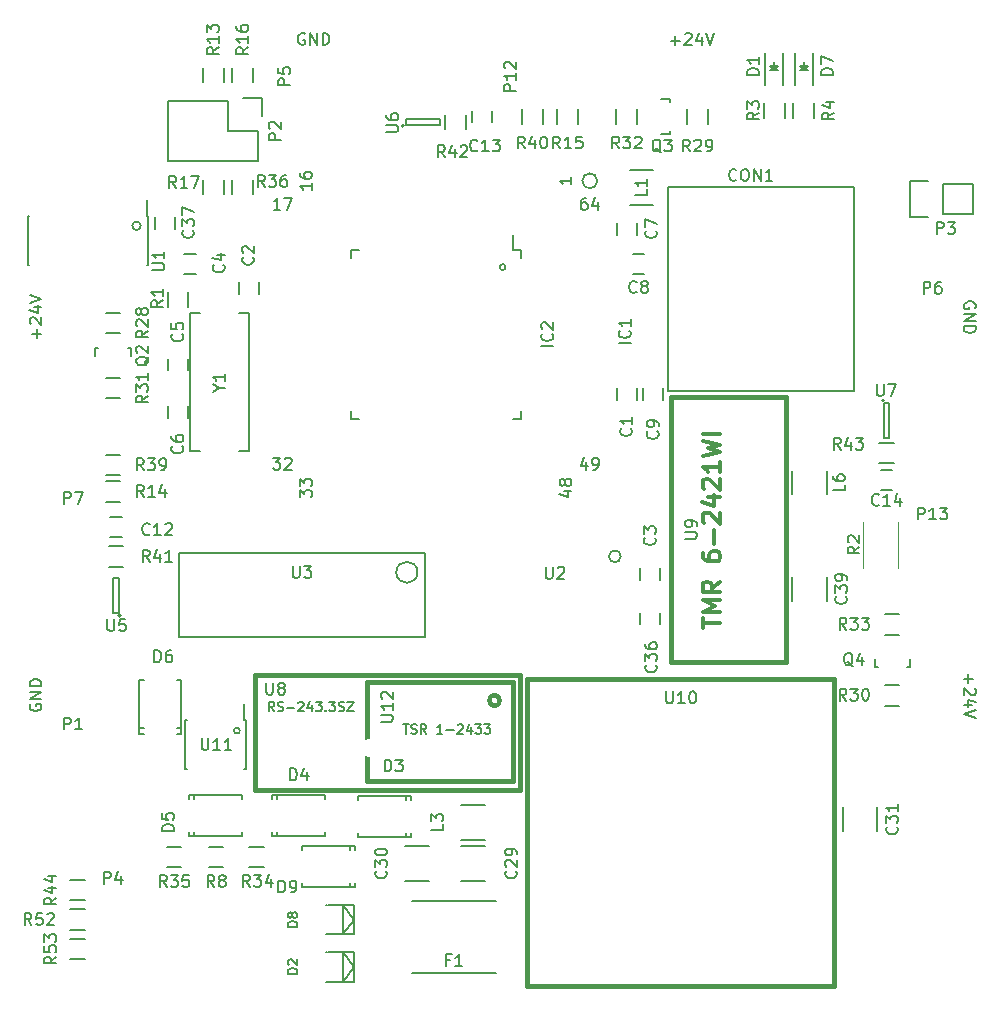
<source format=gto>
G04 #@! TF.FileFunction,Legend,Top*
%FSLAX46Y46*%
G04 Gerber Fmt 4.6, Leading zero omitted, Abs format (unit mm)*
G04 Created by KiCad (PCBNEW 4.0.6+dfsg1-1) date Mon Aug 28 10:06:35 2017*
%MOMM*%
%LPD*%
G01*
G04 APERTURE LIST*
%ADD10C,0.100000*%
%ADD11C,0.200000*%
%ADD12C,0.150000*%
%ADD13C,0.300000*%
%ADD14C,0.410000*%
%ADD15C,0.120000*%
%ADD16R,1.200000X2.700000*%
%ADD17R,0.962000X2.150000*%
%ADD18R,0.657200X1.470000*%
%ADD19R,1.000000X1.880000*%
%ADD20R,1.800000X1.700000*%
%ADD21R,1.900000X1.700000*%
%ADD22R,1.490000X1.500000*%
%ADD23R,1.490000X1.600000*%
%ADD24R,1.700000X1.900000*%
%ADD25R,2.300580X5.800700*%
%ADD26R,0.750000X1.700000*%
%ADD27R,1.700000X0.750000*%
%ADD28R,1.100000X3.200000*%
%ADD29R,3.200000X1.100000*%
%ADD30R,1.500000X0.900000*%
%ADD31R,1.450000X1.200000*%
%ADD32R,1.200000X1.450000*%
%ADD33R,1.927200X1.927200*%
%ADD34O,1.927200X1.927200*%
%ADD35R,2.700000X1.200000*%
%ADD36R,1.701140X2.900020*%
%ADD37R,0.600000X1.200000*%
%ADD38R,1.260000X0.850000*%
%ADD39R,0.850000X1.260000*%
%ADD40R,0.800000X1.750000*%
%ADD41C,11.200000*%
%ADD42R,0.900000X1.500000*%
%ADD43R,1.000100X1.000100*%
%ADD44R,0.800000X1.700000*%
%ADD45R,2.699360X2.000860*%
%ADD46R,2.000860X2.699360*%
%ADD47R,2.500000X5.800000*%
%ADD48R,1.398880X1.398880*%
%ADD49R,2.232000X2.232000*%
%ADD50O,2.232000X2.232000*%
%ADD51C,2.232000*%
%ADD52C,1.724000*%
%ADD53C,1.200000*%
%ADD54R,0.960000X2.000000*%
%ADD55R,1.800000X1.600000*%
G04 APERTURE END LIST*
D10*
D11*
X91585713Y-118461905D02*
X92042856Y-118461905D01*
X91814285Y-119261905D02*
X91814285Y-118461905D01*
X92271428Y-119223810D02*
X92385714Y-119261905D01*
X92576190Y-119261905D01*
X92652380Y-119223810D01*
X92690476Y-119185714D01*
X92728571Y-119109524D01*
X92728571Y-119033333D01*
X92690476Y-118957143D01*
X92652380Y-118919048D01*
X92576190Y-118880952D01*
X92423809Y-118842857D01*
X92347618Y-118804762D01*
X92309523Y-118766667D01*
X92271428Y-118690476D01*
X92271428Y-118614286D01*
X92309523Y-118538095D01*
X92347618Y-118500000D01*
X92423809Y-118461905D01*
X92614285Y-118461905D01*
X92728571Y-118500000D01*
X93528571Y-119261905D02*
X93261904Y-118880952D01*
X93071428Y-119261905D02*
X93071428Y-118461905D01*
X93376190Y-118461905D01*
X93452381Y-118500000D01*
X93490476Y-118538095D01*
X93528571Y-118614286D01*
X93528571Y-118728571D01*
X93490476Y-118804762D01*
X93452381Y-118842857D01*
X93376190Y-118880952D01*
X93071428Y-118880952D01*
X94900000Y-119261905D02*
X94442857Y-119261905D01*
X94671428Y-119261905D02*
X94671428Y-118461905D01*
X94595238Y-118576190D01*
X94519047Y-118652381D01*
X94442857Y-118690476D01*
X95242857Y-118957143D02*
X95852381Y-118957143D01*
X96195238Y-118538095D02*
X96233333Y-118500000D01*
X96309524Y-118461905D01*
X96500000Y-118461905D01*
X96576190Y-118500000D01*
X96614286Y-118538095D01*
X96652381Y-118614286D01*
X96652381Y-118690476D01*
X96614286Y-118804762D01*
X96157143Y-119261905D01*
X96652381Y-119261905D01*
X97338095Y-118728571D02*
X97338095Y-119261905D01*
X97147619Y-118423810D02*
X96957143Y-118995238D01*
X97452381Y-118995238D01*
X97680953Y-118461905D02*
X98176191Y-118461905D01*
X97909524Y-118766667D01*
X98023810Y-118766667D01*
X98100000Y-118804762D01*
X98138096Y-118842857D01*
X98176191Y-118919048D01*
X98176191Y-119109524D01*
X98138096Y-119185714D01*
X98100000Y-119223810D01*
X98023810Y-119261905D01*
X97795238Y-119261905D01*
X97719048Y-119223810D01*
X97680953Y-119185714D01*
X98442858Y-118461905D02*
X98938096Y-118461905D01*
X98671429Y-118766667D01*
X98785715Y-118766667D01*
X98861905Y-118804762D01*
X98900001Y-118842857D01*
X98938096Y-118919048D01*
X98938096Y-119109524D01*
X98900001Y-119185714D01*
X98861905Y-119223810D01*
X98785715Y-119261905D01*
X98557143Y-119261905D01*
X98480953Y-119223810D01*
X98442858Y-119185714D01*
X114000000Y-73000000D02*
X129750000Y-73000000D01*
X114000000Y-90250000D02*
X114000000Y-73000000D01*
X129750000Y-90250000D02*
X114000000Y-90250000D01*
X129750000Y-73000000D02*
X129750000Y-90250000D01*
D12*
X60571429Y-85761905D02*
X60571429Y-85000000D01*
X60952381Y-85380952D02*
X60190476Y-85380952D01*
X60047619Y-84571429D02*
X60000000Y-84523810D01*
X59952381Y-84428572D01*
X59952381Y-84190476D01*
X60000000Y-84095238D01*
X60047619Y-84047619D01*
X60142857Y-84000000D01*
X60238095Y-84000000D01*
X60380952Y-84047619D01*
X60952381Y-84619048D01*
X60952381Y-84000000D01*
X60285714Y-83142857D02*
X60952381Y-83142857D01*
X59904762Y-83380953D02*
X60619048Y-83619048D01*
X60619048Y-83000000D01*
X59952381Y-82761905D02*
X60952381Y-82428572D01*
X59952381Y-82095238D01*
X60000000Y-116761904D02*
X59952381Y-116857142D01*
X59952381Y-116999999D01*
X60000000Y-117142857D01*
X60095238Y-117238095D01*
X60190476Y-117285714D01*
X60380952Y-117333333D01*
X60523810Y-117333333D01*
X60714286Y-117285714D01*
X60809524Y-117238095D01*
X60904762Y-117142857D01*
X60952381Y-116999999D01*
X60952381Y-116904761D01*
X60904762Y-116761904D01*
X60857143Y-116714285D01*
X60523810Y-116714285D01*
X60523810Y-116904761D01*
X60952381Y-116285714D02*
X59952381Y-116285714D01*
X60952381Y-115714285D01*
X59952381Y-115714285D01*
X60952381Y-115238095D02*
X59952381Y-115238095D01*
X59952381Y-115000000D01*
X60000000Y-114857142D01*
X60095238Y-114761904D01*
X60190476Y-114714285D01*
X60380952Y-114666666D01*
X60523810Y-114666666D01*
X60714286Y-114714285D01*
X60809524Y-114761904D01*
X60904762Y-114857142D01*
X60952381Y-115000000D01*
X60952381Y-115238095D01*
X83238096Y-60000000D02*
X83142858Y-59952381D01*
X83000001Y-59952381D01*
X82857143Y-60000000D01*
X82761905Y-60095238D01*
X82714286Y-60190476D01*
X82666667Y-60380952D01*
X82666667Y-60523810D01*
X82714286Y-60714286D01*
X82761905Y-60809524D01*
X82857143Y-60904762D01*
X83000001Y-60952381D01*
X83095239Y-60952381D01*
X83238096Y-60904762D01*
X83285715Y-60857143D01*
X83285715Y-60523810D01*
X83095239Y-60523810D01*
X83714286Y-60952381D02*
X83714286Y-59952381D01*
X84285715Y-60952381D01*
X84285715Y-59952381D01*
X84761905Y-60952381D02*
X84761905Y-59952381D01*
X85000000Y-59952381D01*
X85142858Y-60000000D01*
X85238096Y-60095238D01*
X85285715Y-60190476D01*
X85333334Y-60380952D01*
X85333334Y-60523810D01*
X85285715Y-60714286D01*
X85238096Y-60809524D01*
X85142858Y-60904762D01*
X85000000Y-60952381D01*
X84761905Y-60952381D01*
X114238095Y-60571429D02*
X115000000Y-60571429D01*
X114619048Y-60952381D02*
X114619048Y-60190476D01*
X115428571Y-60047619D02*
X115476190Y-60000000D01*
X115571428Y-59952381D01*
X115809524Y-59952381D01*
X115904762Y-60000000D01*
X115952381Y-60047619D01*
X116000000Y-60142857D01*
X116000000Y-60238095D01*
X115952381Y-60380952D01*
X115380952Y-60952381D01*
X116000000Y-60952381D01*
X116857143Y-60285714D02*
X116857143Y-60952381D01*
X116619047Y-59904762D02*
X116380952Y-60619048D01*
X117000000Y-60619048D01*
X117238095Y-59952381D02*
X117571428Y-60952381D01*
X117904762Y-59952381D01*
X140000000Y-83238096D02*
X140047619Y-83142858D01*
X140047619Y-83000001D01*
X140000000Y-82857143D01*
X139904762Y-82761905D01*
X139809524Y-82714286D01*
X139619048Y-82666667D01*
X139476190Y-82666667D01*
X139285714Y-82714286D01*
X139190476Y-82761905D01*
X139095238Y-82857143D01*
X139047619Y-83000001D01*
X139047619Y-83095239D01*
X139095238Y-83238096D01*
X139142857Y-83285715D01*
X139476190Y-83285715D01*
X139476190Y-83095239D01*
X139047619Y-83714286D02*
X140047619Y-83714286D01*
X139047619Y-84285715D01*
X140047619Y-84285715D01*
X139047619Y-84761905D02*
X140047619Y-84761905D01*
X140047619Y-85000000D01*
X140000000Y-85142858D01*
X139904762Y-85238096D01*
X139809524Y-85285715D01*
X139619048Y-85333334D01*
X139476190Y-85333334D01*
X139285714Y-85285715D01*
X139190476Y-85238096D01*
X139095238Y-85142858D01*
X139047619Y-85000000D01*
X139047619Y-84761905D01*
X139428571Y-114238095D02*
X139428571Y-115000000D01*
X139047619Y-114619048D02*
X139809524Y-114619048D01*
X139952381Y-115428571D02*
X140000000Y-115476190D01*
X140047619Y-115571428D01*
X140047619Y-115809524D01*
X140000000Y-115904762D01*
X139952381Y-115952381D01*
X139857143Y-116000000D01*
X139761905Y-116000000D01*
X139619048Y-115952381D01*
X139047619Y-115380952D01*
X139047619Y-116000000D01*
X139714286Y-116857143D02*
X139047619Y-116857143D01*
X140095238Y-116619047D02*
X139380952Y-116380952D01*
X139380952Y-117000000D01*
X140047619Y-117238095D02*
X139047619Y-117571428D01*
X140047619Y-117904762D01*
D11*
X100250000Y-79750000D02*
G75*
G03X100250000Y-79750000I-250000J0D01*
G01*
X77750000Y-119000000D02*
G75*
G03X77750000Y-119000000I-250000J0D01*
G01*
X110000000Y-104250000D02*
G75*
G03X110000000Y-104250000I-500000J0D01*
G01*
X69353553Y-76250000D02*
G75*
G03X69353553Y-76250000I-353553J0D01*
G01*
D13*
X116928571Y-110321428D02*
X116928571Y-109464285D01*
X118428571Y-109892856D02*
X116928571Y-109892856D01*
X118428571Y-108964285D02*
X116928571Y-108964285D01*
X118000000Y-108464285D01*
X116928571Y-107964285D01*
X118428571Y-107964285D01*
X118428571Y-106392856D02*
X117714286Y-106892856D01*
X118428571Y-107249999D02*
X116928571Y-107249999D01*
X116928571Y-106678571D01*
X117000000Y-106535713D01*
X117071429Y-106464285D01*
X117214286Y-106392856D01*
X117428571Y-106392856D01*
X117571429Y-106464285D01*
X117642857Y-106535713D01*
X117714286Y-106678571D01*
X117714286Y-107249999D01*
X116928571Y-103964285D02*
X116928571Y-104249999D01*
X117000000Y-104392856D01*
X117071429Y-104464285D01*
X117285714Y-104607142D01*
X117571429Y-104678571D01*
X118142857Y-104678571D01*
X118285714Y-104607142D01*
X118357143Y-104535714D01*
X118428571Y-104392856D01*
X118428571Y-104107142D01*
X118357143Y-103964285D01*
X118285714Y-103892856D01*
X118142857Y-103821428D01*
X117785714Y-103821428D01*
X117642857Y-103892856D01*
X117571429Y-103964285D01*
X117500000Y-104107142D01*
X117500000Y-104392856D01*
X117571429Y-104535714D01*
X117642857Y-104607142D01*
X117785714Y-104678571D01*
X117857143Y-103178571D02*
X117857143Y-102035714D01*
X117071429Y-101392857D02*
X117000000Y-101321428D01*
X116928571Y-101178571D01*
X116928571Y-100821428D01*
X117000000Y-100678571D01*
X117071429Y-100607142D01*
X117214286Y-100535714D01*
X117357143Y-100535714D01*
X117571429Y-100607142D01*
X118428571Y-101464285D01*
X118428571Y-100535714D01*
X117428571Y-99250000D02*
X118428571Y-99250000D01*
X116857143Y-99607143D02*
X117928571Y-99964286D01*
X117928571Y-99035714D01*
X117071429Y-98535715D02*
X117000000Y-98464286D01*
X116928571Y-98321429D01*
X116928571Y-97964286D01*
X117000000Y-97821429D01*
X117071429Y-97750000D01*
X117214286Y-97678572D01*
X117357143Y-97678572D01*
X117571429Y-97750000D01*
X118428571Y-98607143D01*
X118428571Y-97678572D01*
X118428571Y-96250001D02*
X118428571Y-97107144D01*
X118428571Y-96678572D02*
X116928571Y-96678572D01*
X117142857Y-96821429D01*
X117285714Y-96964287D01*
X117357143Y-97107144D01*
X116928571Y-95750001D02*
X118428571Y-95392858D01*
X117357143Y-95107144D01*
X118428571Y-94821430D01*
X116928571Y-94464287D01*
X118428571Y-93892858D02*
X116928571Y-93892858D01*
D11*
X80645238Y-117361905D02*
X80378571Y-116980952D01*
X80188095Y-117361905D02*
X80188095Y-116561905D01*
X80492857Y-116561905D01*
X80569048Y-116600000D01*
X80607143Y-116638095D01*
X80645238Y-116714286D01*
X80645238Y-116828571D01*
X80607143Y-116904762D01*
X80569048Y-116942857D01*
X80492857Y-116980952D01*
X80188095Y-116980952D01*
X80950000Y-117323810D02*
X81064286Y-117361905D01*
X81254762Y-117361905D01*
X81330952Y-117323810D01*
X81369048Y-117285714D01*
X81407143Y-117209524D01*
X81407143Y-117133333D01*
X81369048Y-117057143D01*
X81330952Y-117019048D01*
X81254762Y-116980952D01*
X81102381Y-116942857D01*
X81026190Y-116904762D01*
X80988095Y-116866667D01*
X80950000Y-116790476D01*
X80950000Y-116714286D01*
X80988095Y-116638095D01*
X81026190Y-116600000D01*
X81102381Y-116561905D01*
X81292857Y-116561905D01*
X81407143Y-116600000D01*
X81750000Y-117057143D02*
X82359524Y-117057143D01*
X82702381Y-116638095D02*
X82740476Y-116600000D01*
X82816667Y-116561905D01*
X83007143Y-116561905D01*
X83083333Y-116600000D01*
X83121429Y-116638095D01*
X83159524Y-116714286D01*
X83159524Y-116790476D01*
X83121429Y-116904762D01*
X82664286Y-117361905D01*
X83159524Y-117361905D01*
X83845238Y-116828571D02*
X83845238Y-117361905D01*
X83654762Y-116523810D02*
X83464286Y-117095238D01*
X83959524Y-117095238D01*
X84188096Y-116561905D02*
X84683334Y-116561905D01*
X84416667Y-116866667D01*
X84530953Y-116866667D01*
X84607143Y-116904762D01*
X84645239Y-116942857D01*
X84683334Y-117019048D01*
X84683334Y-117209524D01*
X84645239Y-117285714D01*
X84607143Y-117323810D01*
X84530953Y-117361905D01*
X84302381Y-117361905D01*
X84226191Y-117323810D01*
X84188096Y-117285714D01*
X85026191Y-117285714D02*
X85064286Y-117323810D01*
X85026191Y-117361905D01*
X84988096Y-117323810D01*
X85026191Y-117285714D01*
X85026191Y-117361905D01*
X85330953Y-116561905D02*
X85826191Y-116561905D01*
X85559524Y-116866667D01*
X85673810Y-116866667D01*
X85750000Y-116904762D01*
X85788096Y-116942857D01*
X85826191Y-117019048D01*
X85826191Y-117209524D01*
X85788096Y-117285714D01*
X85750000Y-117323810D01*
X85673810Y-117361905D01*
X85445238Y-117361905D01*
X85369048Y-117323810D01*
X85330953Y-117285714D01*
X86130953Y-117323810D02*
X86245239Y-117361905D01*
X86435715Y-117361905D01*
X86511905Y-117323810D01*
X86550001Y-117285714D01*
X86588096Y-117209524D01*
X86588096Y-117133333D01*
X86550001Y-117057143D01*
X86511905Y-117019048D01*
X86435715Y-116980952D01*
X86283334Y-116942857D01*
X86207143Y-116904762D01*
X86169048Y-116866667D01*
X86130953Y-116790476D01*
X86130953Y-116714286D01*
X86169048Y-116638095D01*
X86207143Y-116600000D01*
X86283334Y-116561905D01*
X86473810Y-116561905D01*
X86588096Y-116600000D01*
X86854763Y-116561905D02*
X87388096Y-116561905D01*
X86854763Y-117361905D01*
X87388096Y-117361905D01*
D12*
X98500000Y-125275000D02*
X96500000Y-125275000D01*
X96500000Y-128225000D02*
X98500000Y-128225000D01*
X92788026Y-105595000D02*
G75*
G03X92788026Y-105595000I-898026J0D01*
G01*
X93414000Y-103944000D02*
X93414000Y-111056000D01*
X93414000Y-111056000D02*
X72586000Y-111056000D01*
X72586000Y-111056000D02*
X72586000Y-103944000D01*
X72586000Y-103944000D02*
X93414000Y-103944000D01*
X73500640Y-83650380D02*
X73500640Y-95349620D01*
X78499360Y-95349620D02*
X78499360Y-83650380D01*
X73500640Y-95349620D02*
X74349000Y-95349620D01*
X78499360Y-95349620D02*
X77651000Y-95349620D01*
X73500640Y-83650380D02*
X74349000Y-83650380D01*
X78499360Y-83650380D02*
X77651000Y-83650380D01*
X101549529Y-78275019D02*
X100874529Y-78275019D01*
X101549529Y-92625019D02*
X100874529Y-92625019D01*
X87199529Y-92625019D02*
X87874529Y-92625019D01*
X87199529Y-78275019D02*
X87874529Y-78275019D01*
X101549529Y-78275019D02*
X101549529Y-78950019D01*
X87199529Y-78275019D02*
X87199529Y-78950019D01*
X87199529Y-92625019D02*
X87199529Y-91950019D01*
X101549529Y-92625019D02*
X101549529Y-91950019D01*
X100874529Y-78275019D02*
X100874529Y-77000019D01*
X108009529Y-72450019D02*
G75*
G03X108009529Y-72450019I-635000J0D01*
G01*
X71625000Y-83100000D02*
X71625000Y-81900000D01*
X73375000Y-81900000D02*
X73375000Y-83100000D01*
X109650000Y-90000000D02*
X109650000Y-91000000D01*
X111350000Y-91000000D02*
X111350000Y-90000000D01*
X79350000Y-82000000D02*
X79350000Y-81000000D01*
X77650000Y-81000000D02*
X77650000Y-82000000D01*
X111650000Y-105250000D02*
X111650000Y-106250000D01*
X113350000Y-106250000D02*
X113350000Y-105250000D01*
X73000000Y-80350000D02*
X74000000Y-80350000D01*
X74000000Y-78650000D02*
X73000000Y-78650000D01*
X71650000Y-87500000D02*
X71650000Y-88500000D01*
X73350000Y-88500000D02*
X73350000Y-87500000D01*
X73350000Y-92500000D02*
X73350000Y-91500000D01*
X71650000Y-91500000D02*
X71650000Y-92500000D01*
X111350000Y-77000000D02*
X111350000Y-76000000D01*
X109650000Y-76000000D02*
X109650000Y-77000000D01*
X112000000Y-78650000D02*
X111000000Y-78650000D01*
X111000000Y-80350000D02*
X112000000Y-80350000D01*
X110750000Y-74475000D02*
X112750000Y-74475000D01*
X112750000Y-71525000D02*
X110750000Y-71525000D01*
X76770000Y-65690000D02*
X71690000Y-65690000D01*
X79590000Y-65410000D02*
X79590000Y-66960000D01*
X79310000Y-68230000D02*
X76770000Y-68230000D01*
X76770000Y-68230000D02*
X76770000Y-65690000D01*
X71690000Y-65690000D02*
X71690000Y-70770000D01*
X71690000Y-70770000D02*
X76770000Y-70770000D01*
X79590000Y-65410000D02*
X78040000Y-65410000D01*
X79310000Y-70770000D02*
X79310000Y-68230000D01*
X76770000Y-70770000D02*
X79310000Y-70770000D01*
X66750000Y-102600000D02*
X67750000Y-102600000D01*
X67750000Y-100900000D02*
X66750000Y-100900000D01*
X97400000Y-66500000D02*
X97400000Y-67500000D01*
X99100000Y-67500000D02*
X99100000Y-66500000D01*
X133000000Y-96900000D02*
X132000000Y-96900000D01*
X132000000Y-98600000D02*
X133000000Y-98600000D01*
X96500000Y-131725000D02*
X98500000Y-131725000D01*
X98500000Y-128775000D02*
X96500000Y-128775000D01*
X93750000Y-128775000D02*
X91750000Y-128775000D01*
X91750000Y-131725000D02*
X93750000Y-131725000D01*
X128775000Y-125500000D02*
X128775000Y-127500000D01*
X131725000Y-127500000D02*
X131725000Y-125500000D01*
X87400620Y-139000000D02*
X86450660Y-140249680D01*
X86450660Y-140249680D02*
X86450660Y-137750320D01*
X86450660Y-137750320D02*
X87448880Y-139000000D01*
X87448880Y-140249680D02*
X87448880Y-137750320D01*
X85150180Y-140249680D02*
X85051120Y-140249680D01*
X85150180Y-137750320D02*
X85051120Y-137750320D01*
X87448880Y-140249680D02*
X85099380Y-140249680D01*
X87448880Y-137750320D02*
X85200980Y-137750320D01*
X124525000Y-97000000D02*
X124525000Y-99000000D01*
X127475000Y-99000000D02*
X127475000Y-97000000D01*
X67650000Y-109250000D02*
G75*
G03X67650000Y-109250000I-100000J0D01*
G01*
X67000000Y-109000000D02*
X67500000Y-109000000D01*
X67000000Y-106100000D02*
X67000000Y-109000000D01*
X67500000Y-106100000D02*
X67000000Y-106100000D01*
X67500000Y-109000000D02*
X67500000Y-106100000D01*
X91650000Y-67800000D02*
G75*
G03X91650000Y-67800000I-100000J0D01*
G01*
X91800000Y-67250000D02*
X91800000Y-67750000D01*
X94700000Y-67250000D02*
X91800000Y-67250000D01*
X94700000Y-67750000D02*
X94700000Y-67250000D01*
X91800000Y-67750000D02*
X94700000Y-67750000D01*
X132300000Y-91050000D02*
G75*
G03X132300000Y-91050000I-100000J0D01*
G01*
X132750000Y-91300000D02*
X132250000Y-91300000D01*
X132750000Y-94200000D02*
X132750000Y-91300000D01*
X132250000Y-94200000D02*
X132750000Y-94200000D01*
X132250000Y-91300000D02*
X132250000Y-94200000D01*
X78277876Y-118115452D02*
X78132876Y-118115452D01*
X78277876Y-122265452D02*
X78132876Y-122265452D01*
X73127876Y-122265452D02*
X73272876Y-122265452D01*
X73127876Y-118115452D02*
X73272876Y-118115452D01*
X78277876Y-118115452D02*
X78277876Y-122265452D01*
X73127876Y-118115452D02*
X73127876Y-122265452D01*
X78132876Y-118115452D02*
X78132876Y-116715452D01*
X75102876Y-128815452D02*
X76302876Y-128815452D01*
X76302876Y-130565452D02*
X75102876Y-130565452D01*
X74625000Y-64100000D02*
X74625000Y-62900000D01*
X76375000Y-62900000D02*
X76375000Y-64100000D01*
X77125000Y-64100000D02*
X77125000Y-62900000D01*
X78875000Y-62900000D02*
X78875000Y-64100000D01*
X76375000Y-72400000D02*
X76375000Y-73600000D01*
X74625000Y-73600000D02*
X74625000Y-72400000D01*
X78552876Y-128815452D02*
X79752876Y-128815452D01*
X79752876Y-130565452D02*
X78552876Y-130565452D01*
X71602876Y-128815452D02*
X72802876Y-128815452D01*
X72802876Y-130565452D02*
X71602876Y-130565452D01*
X68299160Y-86599760D02*
X68250900Y-86599760D01*
X65500180Y-87300800D02*
X65500180Y-86599760D01*
X65500180Y-86599760D02*
X65749100Y-86599760D01*
X68299160Y-86599760D02*
X68499820Y-86599760D01*
X68499820Y-86599760D02*
X68499820Y-87300800D01*
X114150240Y-68299160D02*
X114150240Y-68250900D01*
X113449200Y-65500180D02*
X114150240Y-65500180D01*
X114150240Y-65500180D02*
X114150240Y-65749100D01*
X114150240Y-68299160D02*
X114150240Y-68499820D01*
X114150240Y-68499820D02*
X113449200Y-68499820D01*
X131700840Y-113650240D02*
X131749100Y-113650240D01*
X134499820Y-112949200D02*
X134499820Y-113650240D01*
X134499820Y-113650240D02*
X134250900Y-113650240D01*
X131700840Y-113650240D02*
X131500180Y-113650240D01*
X131500180Y-113650240D02*
X131500180Y-112949200D01*
X67600000Y-85375000D02*
X66400000Y-85375000D01*
X66400000Y-83625000D02*
X67600000Y-83625000D01*
X115625000Y-67600000D02*
X115625000Y-66400000D01*
X117375000Y-66400000D02*
X117375000Y-67600000D01*
X132400000Y-115125000D02*
X133600000Y-115125000D01*
X133600000Y-116875000D02*
X132400000Y-116875000D01*
X66400000Y-89125000D02*
X67600000Y-89125000D01*
X67600000Y-90875000D02*
X66400000Y-90875000D01*
X111375000Y-66400000D02*
X111375000Y-67600000D01*
X109625000Y-67600000D02*
X109625000Y-66400000D01*
X133600000Y-110875000D02*
X132400000Y-110875000D01*
X132400000Y-109125000D02*
X133600000Y-109125000D01*
X77125000Y-73600000D02*
X77125000Y-72400000D01*
X78875000Y-72400000D02*
X78875000Y-73600000D01*
X69975000Y-75425000D02*
X69870000Y-75425000D01*
X69975000Y-79575000D02*
X69870000Y-79575000D01*
X59825000Y-79575000D02*
X59930000Y-79575000D01*
X59825000Y-75425000D02*
X59930000Y-75425000D01*
X69975000Y-75425000D02*
X69975000Y-79575000D01*
X59825000Y-75425000D02*
X59825000Y-79575000D01*
X69870000Y-75425000D02*
X69870000Y-74050000D01*
X91799140Y-124499940D02*
X91799140Y-124850460D01*
X91799140Y-128000060D02*
X91799140Y-127649540D01*
X87749560Y-124499940D02*
X87749560Y-124850460D01*
X92250440Y-124499940D02*
X92250440Y-124850460D01*
X92250440Y-128000060D02*
X92250440Y-127649540D01*
X87749560Y-128000060D02*
X87749560Y-127649540D01*
X92250440Y-124499940D02*
X87749560Y-124499940D01*
X92250440Y-128000060D02*
X87749560Y-128000060D01*
X80903736Y-127940512D02*
X80903736Y-127589992D01*
X80903736Y-124440392D02*
X80903736Y-124790912D01*
X84953316Y-127940512D02*
X84953316Y-127589992D01*
X80452436Y-127940512D02*
X80452436Y-127589992D01*
X80452436Y-124440392D02*
X80452436Y-124790912D01*
X84953316Y-124440392D02*
X84953316Y-124790912D01*
X80452436Y-127940512D02*
X84953316Y-127940512D01*
X80452436Y-124440392D02*
X84953316Y-124440392D01*
X73903736Y-127940512D02*
X73903736Y-127589992D01*
X73903736Y-124440392D02*
X73903736Y-124790912D01*
X77953316Y-127940512D02*
X77953316Y-127589992D01*
X73452436Y-127940512D02*
X73452436Y-127589992D01*
X73452436Y-124440392D02*
X73452436Y-124790912D01*
X77953316Y-124440392D02*
X77953316Y-124790912D01*
X73452436Y-127940512D02*
X77953316Y-127940512D01*
X73452436Y-124440392D02*
X77953316Y-124440392D01*
X72750060Y-118799140D02*
X72399540Y-118799140D01*
X69249940Y-118799140D02*
X69600460Y-118799140D01*
X72750060Y-114749560D02*
X72399540Y-114749560D01*
X72750060Y-119250440D02*
X72399540Y-119250440D01*
X69249940Y-119250440D02*
X69600460Y-119250440D01*
X69249940Y-114749560D02*
X69600460Y-114749560D01*
X72750060Y-119250440D02*
X72750060Y-114749560D01*
X69249940Y-119250440D02*
X69249940Y-114749560D01*
X99417752Y-139543248D02*
X92305752Y-139543248D01*
X99417752Y-133447248D02*
X92305752Y-133447248D01*
X111900000Y-90000000D02*
X111900000Y-91000000D01*
X113600000Y-91000000D02*
X113600000Y-90000000D01*
X123750000Y-64350000D02*
X123750000Y-61650000D01*
X122250000Y-64350000D02*
X122250000Y-61650000D01*
X123150000Y-62850000D02*
X122900000Y-62850000D01*
X122900000Y-62850000D02*
X123050000Y-63000000D01*
X122650000Y-63100000D02*
X123350000Y-63100000D01*
X123000000Y-62750000D02*
X123000000Y-62400000D01*
X123000000Y-63100000D02*
X122650000Y-62750000D01*
X122650000Y-62750000D02*
X123350000Y-62750000D01*
X123350000Y-62750000D02*
X123000000Y-63100000D01*
X126250000Y-64350000D02*
X126250000Y-61650000D01*
X124750000Y-64350000D02*
X124750000Y-61650000D01*
X125650000Y-62850000D02*
X125400000Y-62850000D01*
X125400000Y-62850000D02*
X125550000Y-63000000D01*
X125150000Y-63100000D02*
X125850000Y-63100000D01*
X125500000Y-62750000D02*
X125500000Y-62400000D01*
X125500000Y-63100000D02*
X125150000Y-62750000D01*
X125150000Y-62750000D02*
X125850000Y-62750000D01*
X125850000Y-62750000D02*
X125500000Y-63100000D01*
X137270000Y-72730000D02*
X139810000Y-72730000D01*
X134450000Y-72450000D02*
X136000000Y-72450000D01*
X137270000Y-72730000D02*
X137270000Y-75270000D01*
X136000000Y-75550000D02*
X134450000Y-75550000D01*
X134450000Y-75550000D02*
X134450000Y-72450000D01*
X137270000Y-75270000D02*
X139810000Y-75270000D01*
X139810000Y-75270000D02*
X139810000Y-72730000D01*
X122125000Y-67100000D02*
X122125000Y-65900000D01*
X123875000Y-65900000D02*
X123875000Y-67100000D01*
X124625000Y-67100000D02*
X124625000Y-65900000D01*
X126375000Y-65900000D02*
X126375000Y-67100000D01*
X66400000Y-97875000D02*
X67600000Y-97875000D01*
X67600000Y-99625000D02*
X66400000Y-99625000D01*
X106375000Y-66400000D02*
X106375000Y-67600000D01*
X104625000Y-67600000D02*
X104625000Y-66400000D01*
X67600000Y-97375000D02*
X66400000Y-97375000D01*
X66400000Y-95625000D02*
X67600000Y-95625000D01*
X103375000Y-66400000D02*
X103375000Y-67600000D01*
X101625000Y-67600000D02*
X101625000Y-66400000D01*
X113350000Y-110000000D02*
X113350000Y-109000000D01*
X111650000Y-109000000D02*
X111650000Y-110000000D01*
X70550000Y-75500000D02*
X70550000Y-76500000D01*
X72250000Y-76500000D02*
X72250000Y-75500000D01*
D14*
X102090000Y-114660000D02*
X128090000Y-114660000D01*
X102090000Y-140660000D02*
X102090000Y-114660000D01*
X128090000Y-140660000D02*
X102090000Y-140660000D01*
X128090000Y-114660000D02*
X128090000Y-140660000D01*
X101500000Y-124000000D02*
X79000000Y-124000000D01*
X101500000Y-114250000D02*
X101500000Y-124000000D01*
X79000000Y-114250000D02*
X101500000Y-114250000D01*
X79000000Y-124000000D02*
X79000000Y-114250000D01*
X124000000Y-90730000D02*
X124000000Y-113230000D01*
X114250000Y-90730000D02*
X124000000Y-90730000D01*
X114250000Y-113230000D02*
X114250000Y-90730000D01*
X124000000Y-113230000D02*
X114250000Y-113230000D01*
D12*
X87400620Y-135000000D02*
X86450660Y-136249680D01*
X86450660Y-136249680D02*
X86450660Y-133750320D01*
X86450660Y-133750320D02*
X87448880Y-135000000D01*
X87448880Y-136249680D02*
X87448880Y-133750320D01*
X85150180Y-136249680D02*
X85051120Y-136249680D01*
X85150180Y-133750320D02*
X85051120Y-133750320D01*
X87448880Y-136249680D02*
X85099380Y-136249680D01*
X87448880Y-133750320D02*
X85200980Y-133750320D01*
X87048120Y-128749940D02*
X87048120Y-129100460D01*
X87048120Y-132250060D02*
X87048120Y-131899540D01*
X82998540Y-128749940D02*
X82998540Y-129100460D01*
X87499420Y-128749940D02*
X87499420Y-129100460D01*
X87499420Y-132250060D02*
X87499420Y-131899540D01*
X82998540Y-132250060D02*
X82998540Y-131899540D01*
X87499420Y-128749940D02*
X82998540Y-128749940D01*
X87499420Y-132250060D02*
X82998540Y-132250060D01*
X127475000Y-108000000D02*
X127475000Y-106000000D01*
X124525000Y-106000000D02*
X124525000Y-108000000D01*
D14*
X99757214Y-116450000D02*
G75*
G03X99757214Y-116450000I-447214J0D01*
G01*
X100910000Y-123250000D02*
X100910000Y-114850000D01*
X88510000Y-123250000D02*
X100910000Y-123250000D01*
X88510000Y-114850000D02*
X88510000Y-123250000D01*
X100910000Y-114850000D02*
X88510000Y-114850000D01*
D12*
X67850000Y-105125000D02*
X66650000Y-105125000D01*
X66650000Y-103375000D02*
X67850000Y-103375000D01*
X95125000Y-68100000D02*
X95125000Y-66900000D01*
X96875000Y-66900000D02*
X96875000Y-68100000D01*
X131900000Y-94625000D02*
X133100000Y-94625000D01*
X133100000Y-96375000D02*
X131900000Y-96375000D01*
D15*
X133480000Y-101300000D02*
X133480000Y-105200000D01*
X130520000Y-105200000D02*
X130520000Y-101300000D01*
D12*
X64600000Y-133375000D02*
X63400000Y-133375000D01*
X63400000Y-131625000D02*
X64600000Y-131625000D01*
X63400000Y-134125000D02*
X64600000Y-134125000D01*
X64600000Y-135875000D02*
X63400000Y-135875000D01*
X63400000Y-136625000D02*
X64600000Y-136625000D01*
X64600000Y-138375000D02*
X63400000Y-138375000D01*
X94952381Y-126916666D02*
X94952381Y-127392857D01*
X93952381Y-127392857D01*
X93952381Y-126678571D02*
X93952381Y-126059523D01*
X94333333Y-126392857D01*
X94333333Y-126249999D01*
X94380952Y-126154761D01*
X94428571Y-126107142D01*
X94523810Y-126059523D01*
X94761905Y-126059523D01*
X94857143Y-126107142D01*
X94904762Y-126154761D01*
X94952381Y-126249999D01*
X94952381Y-126535714D01*
X94904762Y-126630952D01*
X94857143Y-126678571D01*
X103663095Y-105132381D02*
X103663095Y-105941905D01*
X103710714Y-106037143D01*
X103758333Y-106084762D01*
X103853571Y-106132381D01*
X104044048Y-106132381D01*
X104139286Y-106084762D01*
X104186905Y-106037143D01*
X104234524Y-105941905D01*
X104234524Y-105132381D01*
X104663095Y-105227619D02*
X104710714Y-105180000D01*
X104805952Y-105132381D01*
X105044048Y-105132381D01*
X105139286Y-105180000D01*
X105186905Y-105227619D01*
X105234524Y-105322857D01*
X105234524Y-105418095D01*
X105186905Y-105560952D01*
X104615476Y-106132381D01*
X105234524Y-106132381D01*
X82238095Y-105047381D02*
X82238095Y-105856905D01*
X82285714Y-105952143D01*
X82333333Y-105999762D01*
X82428571Y-106047381D01*
X82619048Y-106047381D01*
X82714286Y-105999762D01*
X82761905Y-105952143D01*
X82809524Y-105856905D01*
X82809524Y-105047381D01*
X83190476Y-105047381D02*
X83809524Y-105047381D01*
X83476190Y-105428333D01*
X83619048Y-105428333D01*
X83714286Y-105475952D01*
X83761905Y-105523571D01*
X83809524Y-105618810D01*
X83809524Y-105856905D01*
X83761905Y-105952143D01*
X83714286Y-105999762D01*
X83619048Y-106047381D01*
X83333333Y-106047381D01*
X83238095Y-105999762D01*
X83190476Y-105952143D01*
X119785715Y-72357143D02*
X119738096Y-72404762D01*
X119595239Y-72452381D01*
X119500001Y-72452381D01*
X119357143Y-72404762D01*
X119261905Y-72309524D01*
X119214286Y-72214286D01*
X119166667Y-72023810D01*
X119166667Y-71880952D01*
X119214286Y-71690476D01*
X119261905Y-71595238D01*
X119357143Y-71500000D01*
X119500001Y-71452381D01*
X119595239Y-71452381D01*
X119738096Y-71500000D01*
X119785715Y-71547619D01*
X120404762Y-71452381D02*
X120595239Y-71452381D01*
X120690477Y-71500000D01*
X120785715Y-71595238D01*
X120833334Y-71785714D01*
X120833334Y-72119048D01*
X120785715Y-72309524D01*
X120690477Y-72404762D01*
X120595239Y-72452381D01*
X120404762Y-72452381D01*
X120309524Y-72404762D01*
X120214286Y-72309524D01*
X120166667Y-72119048D01*
X120166667Y-71785714D01*
X120214286Y-71595238D01*
X120309524Y-71500000D01*
X120404762Y-71452381D01*
X121261905Y-72452381D02*
X121261905Y-71452381D01*
X121833334Y-72452381D01*
X121833334Y-71452381D01*
X122833334Y-72452381D02*
X122261905Y-72452381D01*
X122547619Y-72452381D02*
X122547619Y-71452381D01*
X122452381Y-71595238D01*
X122357143Y-71690476D01*
X122261905Y-71738095D01*
X75976190Y-89976191D02*
X76452381Y-89976191D01*
X75452381Y-90309524D02*
X75976190Y-89976191D01*
X75452381Y-89642857D01*
X76452381Y-88785714D02*
X76452381Y-89357143D01*
X76452381Y-89071429D02*
X75452381Y-89071429D01*
X75595238Y-89166667D01*
X75690476Y-89261905D01*
X75738095Y-89357143D01*
X104276910Y-86426209D02*
X103276910Y-86426209D01*
X104181672Y-85378590D02*
X104229291Y-85426209D01*
X104276910Y-85569066D01*
X104276910Y-85664304D01*
X104229291Y-85807162D01*
X104134053Y-85902400D01*
X104038815Y-85950019D01*
X103848339Y-85997638D01*
X103705481Y-85997638D01*
X103515005Y-85950019D01*
X103419767Y-85902400D01*
X103324529Y-85807162D01*
X103276910Y-85664304D01*
X103276910Y-85569066D01*
X103324529Y-85426209D01*
X103372148Y-85378590D01*
X103372148Y-84997638D02*
X103324529Y-84950019D01*
X103276910Y-84854781D01*
X103276910Y-84616685D01*
X103324529Y-84521447D01*
X103372148Y-84473828D01*
X103467386Y-84426209D01*
X103562624Y-84426209D01*
X103705481Y-84473828D01*
X104276910Y-85045257D01*
X104276910Y-84426209D01*
X110826910Y-86176209D02*
X109826910Y-86176209D01*
X110731672Y-85128590D02*
X110779291Y-85176209D01*
X110826910Y-85319066D01*
X110826910Y-85414304D01*
X110779291Y-85557162D01*
X110684053Y-85652400D01*
X110588815Y-85700019D01*
X110398339Y-85747638D01*
X110255481Y-85747638D01*
X110065005Y-85700019D01*
X109969767Y-85652400D01*
X109874529Y-85557162D01*
X109826910Y-85414304D01*
X109826910Y-85319066D01*
X109874529Y-85176209D01*
X109922148Y-85128590D01*
X110826910Y-84176209D02*
X110826910Y-84747638D01*
X110826910Y-84461924D02*
X109826910Y-84461924D01*
X109969767Y-84557162D01*
X110065005Y-84652400D01*
X110112624Y-84747638D01*
X107088815Y-73902400D02*
X106898338Y-73902400D01*
X106803100Y-73950019D01*
X106755481Y-73997638D01*
X106660243Y-74140495D01*
X106612624Y-74330971D01*
X106612624Y-74711924D01*
X106660243Y-74807162D01*
X106707862Y-74854781D01*
X106803100Y-74902400D01*
X106993577Y-74902400D01*
X107088815Y-74854781D01*
X107136434Y-74807162D01*
X107184053Y-74711924D01*
X107184053Y-74473829D01*
X107136434Y-74378590D01*
X107088815Y-74330971D01*
X106993577Y-74283352D01*
X106803100Y-74283352D01*
X106707862Y-74330971D01*
X106660243Y-74378590D01*
X106612624Y-74473829D01*
X108041196Y-74235733D02*
X108041196Y-74902400D01*
X107803100Y-73854781D02*
X107565005Y-74569067D01*
X108184053Y-74569067D01*
X107088815Y-96235733D02*
X107088815Y-96902400D01*
X106850719Y-95854781D02*
X106612624Y-96569067D01*
X107231672Y-96569067D01*
X107660243Y-96902400D02*
X107850719Y-96902400D01*
X107945958Y-96854781D01*
X107993577Y-96807162D01*
X108088815Y-96664305D01*
X108136434Y-96473829D01*
X108136434Y-96092876D01*
X108088815Y-95997638D01*
X108041196Y-95950019D01*
X107945958Y-95902400D01*
X107755481Y-95902400D01*
X107660243Y-95950019D01*
X107612624Y-95997638D01*
X107565005Y-96092876D01*
X107565005Y-96330971D01*
X107612624Y-96426209D01*
X107660243Y-96473829D01*
X107755481Y-96521448D01*
X107945958Y-96521448D01*
X108041196Y-96473829D01*
X108088815Y-96426209D01*
X108136434Y-96330971D01*
X105160243Y-98735733D02*
X105826910Y-98735733D01*
X104779291Y-98973829D02*
X105493577Y-99211924D01*
X105493577Y-98592876D01*
X105255481Y-98069067D02*
X105207862Y-98164305D01*
X105160243Y-98211924D01*
X105065005Y-98259543D01*
X105017386Y-98259543D01*
X104922148Y-98211924D01*
X104874529Y-98164305D01*
X104826910Y-98069067D01*
X104826910Y-97878590D01*
X104874529Y-97783352D01*
X104922148Y-97735733D01*
X105017386Y-97688114D01*
X105065005Y-97688114D01*
X105160243Y-97735733D01*
X105207862Y-97783352D01*
X105255481Y-97878590D01*
X105255481Y-98069067D01*
X105303100Y-98164305D01*
X105350719Y-98211924D01*
X105445958Y-98259543D01*
X105636434Y-98259543D01*
X105731672Y-98211924D01*
X105779291Y-98164305D01*
X105826910Y-98069067D01*
X105826910Y-97878590D01*
X105779291Y-97783352D01*
X105731672Y-97735733D01*
X105636434Y-97688114D01*
X105445958Y-97688114D01*
X105350719Y-97735733D01*
X105303100Y-97783352D01*
X105255481Y-97878590D01*
X82826910Y-99259543D02*
X82826910Y-98640495D01*
X83207862Y-98973829D01*
X83207862Y-98830971D01*
X83255481Y-98735733D01*
X83303100Y-98688114D01*
X83398339Y-98640495D01*
X83636434Y-98640495D01*
X83731672Y-98688114D01*
X83779291Y-98735733D01*
X83826910Y-98830971D01*
X83826910Y-99116686D01*
X83779291Y-99211924D01*
X83731672Y-99259543D01*
X82826910Y-98307162D02*
X82826910Y-97688114D01*
X83207862Y-98021448D01*
X83207862Y-97878590D01*
X83255481Y-97783352D01*
X83303100Y-97735733D01*
X83398339Y-97688114D01*
X83636434Y-97688114D01*
X83731672Y-97735733D01*
X83779291Y-97783352D01*
X83826910Y-97878590D01*
X83826910Y-98164305D01*
X83779291Y-98259543D01*
X83731672Y-98307162D01*
X80565005Y-95902400D02*
X81184053Y-95902400D01*
X80850719Y-96283352D01*
X80993577Y-96283352D01*
X81088815Y-96330971D01*
X81136434Y-96378590D01*
X81184053Y-96473829D01*
X81184053Y-96711924D01*
X81136434Y-96807162D01*
X81088815Y-96854781D01*
X80993577Y-96902400D01*
X80707862Y-96902400D01*
X80612624Y-96854781D01*
X80565005Y-96807162D01*
X81565005Y-95997638D02*
X81612624Y-95950019D01*
X81707862Y-95902400D01*
X81945958Y-95902400D01*
X82041196Y-95950019D01*
X82088815Y-95997638D01*
X82136434Y-96092876D01*
X82136434Y-96188114D01*
X82088815Y-96330971D01*
X81517386Y-96902400D01*
X82136434Y-96902400D01*
X81184053Y-74902400D02*
X80612624Y-74902400D01*
X80898338Y-74902400D02*
X80898338Y-73902400D01*
X80803100Y-74045257D01*
X80707862Y-74140495D01*
X80612624Y-74188114D01*
X81517386Y-73902400D02*
X82184053Y-73902400D01*
X81755481Y-74902400D01*
X83826910Y-72640495D02*
X83826910Y-73211924D01*
X83826910Y-72926210D02*
X82826910Y-72926210D01*
X82969767Y-73021448D01*
X83065005Y-73116686D01*
X83112624Y-73211924D01*
X82826910Y-71783352D02*
X82826910Y-71973829D01*
X82874529Y-72069067D01*
X82922148Y-72116686D01*
X83065005Y-72211924D01*
X83255481Y-72259543D01*
X83636434Y-72259543D01*
X83731672Y-72211924D01*
X83779291Y-72164305D01*
X83826910Y-72069067D01*
X83826910Y-71878590D01*
X83779291Y-71783352D01*
X83731672Y-71735733D01*
X83636434Y-71688114D01*
X83398339Y-71688114D01*
X83303100Y-71735733D01*
X83255481Y-71783352D01*
X83207862Y-71878590D01*
X83207862Y-72069067D01*
X83255481Y-72164305D01*
X83303100Y-72211924D01*
X83398339Y-72259543D01*
X105826910Y-72164304D02*
X105826910Y-72735733D01*
X105826910Y-72450019D02*
X104826910Y-72450019D01*
X104969767Y-72545257D01*
X105065005Y-72640495D01*
X105112624Y-72735733D01*
X71252381Y-82566666D02*
X70776190Y-82900000D01*
X71252381Y-83138095D02*
X70252381Y-83138095D01*
X70252381Y-82757142D01*
X70300000Y-82661904D01*
X70347619Y-82614285D01*
X70442857Y-82566666D01*
X70585714Y-82566666D01*
X70680952Y-82614285D01*
X70728571Y-82661904D01*
X70776190Y-82757142D01*
X70776190Y-83138095D01*
X71252381Y-81614285D02*
X71252381Y-82185714D01*
X71252381Y-81900000D02*
X70252381Y-81900000D01*
X70395238Y-81995238D01*
X70490476Y-82090476D01*
X70538095Y-82185714D01*
X110857143Y-93416666D02*
X110904762Y-93464285D01*
X110952381Y-93607142D01*
X110952381Y-93702380D01*
X110904762Y-93845238D01*
X110809524Y-93940476D01*
X110714286Y-93988095D01*
X110523810Y-94035714D01*
X110380952Y-94035714D01*
X110190476Y-93988095D01*
X110095238Y-93940476D01*
X110000000Y-93845238D01*
X109952381Y-93702380D01*
X109952381Y-93607142D01*
X110000000Y-93464285D01*
X110047619Y-93416666D01*
X110952381Y-92464285D02*
X110952381Y-93035714D01*
X110952381Y-92750000D02*
X109952381Y-92750000D01*
X110095238Y-92845238D01*
X110190476Y-92940476D01*
X110238095Y-93035714D01*
X78857143Y-78916666D02*
X78904762Y-78964285D01*
X78952381Y-79107142D01*
X78952381Y-79202380D01*
X78904762Y-79345238D01*
X78809524Y-79440476D01*
X78714286Y-79488095D01*
X78523810Y-79535714D01*
X78380952Y-79535714D01*
X78190476Y-79488095D01*
X78095238Y-79440476D01*
X78000000Y-79345238D01*
X77952381Y-79202380D01*
X77952381Y-79107142D01*
X78000000Y-78964285D01*
X78047619Y-78916666D01*
X78047619Y-78535714D02*
X78000000Y-78488095D01*
X77952381Y-78392857D01*
X77952381Y-78154761D01*
X78000000Y-78059523D01*
X78047619Y-78011904D01*
X78142857Y-77964285D01*
X78238095Y-77964285D01*
X78380952Y-78011904D01*
X78952381Y-78583333D01*
X78952381Y-77964285D01*
X112857143Y-102666666D02*
X112904762Y-102714285D01*
X112952381Y-102857142D01*
X112952381Y-102952380D01*
X112904762Y-103095238D01*
X112809524Y-103190476D01*
X112714286Y-103238095D01*
X112523810Y-103285714D01*
X112380952Y-103285714D01*
X112190476Y-103238095D01*
X112095238Y-103190476D01*
X112000000Y-103095238D01*
X111952381Y-102952380D01*
X111952381Y-102857142D01*
X112000000Y-102714285D01*
X112047619Y-102666666D01*
X111952381Y-102333333D02*
X111952381Y-101714285D01*
X112333333Y-102047619D01*
X112333333Y-101904761D01*
X112380952Y-101809523D01*
X112428571Y-101761904D01*
X112523810Y-101714285D01*
X112761905Y-101714285D01*
X112857143Y-101761904D01*
X112904762Y-101809523D01*
X112952381Y-101904761D01*
X112952381Y-102190476D01*
X112904762Y-102285714D01*
X112857143Y-102333333D01*
X76357143Y-79566666D02*
X76404762Y-79614285D01*
X76452381Y-79757142D01*
X76452381Y-79852380D01*
X76404762Y-79995238D01*
X76309524Y-80090476D01*
X76214286Y-80138095D01*
X76023810Y-80185714D01*
X75880952Y-80185714D01*
X75690476Y-80138095D01*
X75595238Y-80090476D01*
X75500000Y-79995238D01*
X75452381Y-79852380D01*
X75452381Y-79757142D01*
X75500000Y-79614285D01*
X75547619Y-79566666D01*
X75785714Y-78709523D02*
X76452381Y-78709523D01*
X75404762Y-78947619D02*
X76119048Y-79185714D01*
X76119048Y-78566666D01*
X72857143Y-85416666D02*
X72904762Y-85464285D01*
X72952381Y-85607142D01*
X72952381Y-85702380D01*
X72904762Y-85845238D01*
X72809524Y-85940476D01*
X72714286Y-85988095D01*
X72523810Y-86035714D01*
X72380952Y-86035714D01*
X72190476Y-85988095D01*
X72095238Y-85940476D01*
X72000000Y-85845238D01*
X71952381Y-85702380D01*
X71952381Y-85607142D01*
X72000000Y-85464285D01*
X72047619Y-85416666D01*
X71952381Y-84511904D02*
X71952381Y-84988095D01*
X72428571Y-85035714D01*
X72380952Y-84988095D01*
X72333333Y-84892857D01*
X72333333Y-84654761D01*
X72380952Y-84559523D01*
X72428571Y-84511904D01*
X72523810Y-84464285D01*
X72761905Y-84464285D01*
X72857143Y-84511904D01*
X72904762Y-84559523D01*
X72952381Y-84654761D01*
X72952381Y-84892857D01*
X72904762Y-84988095D01*
X72857143Y-85035714D01*
X72857143Y-94916666D02*
X72904762Y-94964285D01*
X72952381Y-95107142D01*
X72952381Y-95202380D01*
X72904762Y-95345238D01*
X72809524Y-95440476D01*
X72714286Y-95488095D01*
X72523810Y-95535714D01*
X72380952Y-95535714D01*
X72190476Y-95488095D01*
X72095238Y-95440476D01*
X72000000Y-95345238D01*
X71952381Y-95202380D01*
X71952381Y-95107142D01*
X72000000Y-94964285D01*
X72047619Y-94916666D01*
X71952381Y-94059523D02*
X71952381Y-94250000D01*
X72000000Y-94345238D01*
X72047619Y-94392857D01*
X72190476Y-94488095D01*
X72380952Y-94535714D01*
X72761905Y-94535714D01*
X72857143Y-94488095D01*
X72904762Y-94440476D01*
X72952381Y-94345238D01*
X72952381Y-94154761D01*
X72904762Y-94059523D01*
X72857143Y-94011904D01*
X72761905Y-93964285D01*
X72523810Y-93964285D01*
X72428571Y-94011904D01*
X72380952Y-94059523D01*
X72333333Y-94154761D01*
X72333333Y-94345238D01*
X72380952Y-94440476D01*
X72428571Y-94488095D01*
X72523810Y-94535714D01*
X112957143Y-76666666D02*
X113004762Y-76714285D01*
X113052381Y-76857142D01*
X113052381Y-76952380D01*
X113004762Y-77095238D01*
X112909524Y-77190476D01*
X112814286Y-77238095D01*
X112623810Y-77285714D01*
X112480952Y-77285714D01*
X112290476Y-77238095D01*
X112195238Y-77190476D01*
X112100000Y-77095238D01*
X112052381Y-76952380D01*
X112052381Y-76857142D01*
X112100000Y-76714285D01*
X112147619Y-76666666D01*
X112052381Y-76333333D02*
X112052381Y-75666666D01*
X113052381Y-76095238D01*
X111333334Y-81857143D02*
X111285715Y-81904762D01*
X111142858Y-81952381D01*
X111047620Y-81952381D01*
X110904762Y-81904762D01*
X110809524Y-81809524D01*
X110761905Y-81714286D01*
X110714286Y-81523810D01*
X110714286Y-81380952D01*
X110761905Y-81190476D01*
X110809524Y-81095238D01*
X110904762Y-81000000D01*
X111047620Y-80952381D01*
X111142858Y-80952381D01*
X111285715Y-81000000D01*
X111333334Y-81047619D01*
X111904762Y-81380952D02*
X111809524Y-81333333D01*
X111761905Y-81285714D01*
X111714286Y-81190476D01*
X111714286Y-81142857D01*
X111761905Y-81047619D01*
X111809524Y-81000000D01*
X111904762Y-80952381D01*
X112095239Y-80952381D01*
X112190477Y-81000000D01*
X112238096Y-81047619D01*
X112285715Y-81142857D01*
X112285715Y-81190476D01*
X112238096Y-81285714D01*
X112190477Y-81333333D01*
X112095239Y-81380952D01*
X111904762Y-81380952D01*
X111809524Y-81428571D01*
X111761905Y-81476190D01*
X111714286Y-81571429D01*
X111714286Y-81761905D01*
X111761905Y-81857143D01*
X111809524Y-81904762D01*
X111904762Y-81952381D01*
X112095239Y-81952381D01*
X112190477Y-81904762D01*
X112238096Y-81857143D01*
X112285715Y-81761905D01*
X112285715Y-81571429D01*
X112238096Y-81476190D01*
X112190477Y-81428571D01*
X112095239Y-81380952D01*
X112202381Y-73166666D02*
X112202381Y-73642857D01*
X111202381Y-73642857D01*
X112202381Y-72309523D02*
X112202381Y-72880952D01*
X112202381Y-72595238D02*
X111202381Y-72595238D01*
X111345238Y-72690476D01*
X111440476Y-72785714D01*
X111488095Y-72880952D01*
X81202381Y-68988095D02*
X80202381Y-68988095D01*
X80202381Y-68607142D01*
X80250000Y-68511904D01*
X80297619Y-68464285D01*
X80392857Y-68416666D01*
X80535714Y-68416666D01*
X80630952Y-68464285D01*
X80678571Y-68511904D01*
X80726190Y-68607142D01*
X80726190Y-68988095D01*
X80297619Y-68035714D02*
X80250000Y-67988095D01*
X80202381Y-67892857D01*
X80202381Y-67654761D01*
X80250000Y-67559523D01*
X80297619Y-67511904D01*
X80392857Y-67464285D01*
X80488095Y-67464285D01*
X80630952Y-67511904D01*
X81202381Y-68083333D01*
X81202381Y-67464285D01*
X70107143Y-102357143D02*
X70059524Y-102404762D01*
X69916667Y-102452381D01*
X69821429Y-102452381D01*
X69678571Y-102404762D01*
X69583333Y-102309524D01*
X69535714Y-102214286D01*
X69488095Y-102023810D01*
X69488095Y-101880952D01*
X69535714Y-101690476D01*
X69583333Y-101595238D01*
X69678571Y-101500000D01*
X69821429Y-101452381D01*
X69916667Y-101452381D01*
X70059524Y-101500000D01*
X70107143Y-101547619D01*
X71059524Y-102452381D02*
X70488095Y-102452381D01*
X70773809Y-102452381D02*
X70773809Y-101452381D01*
X70678571Y-101595238D01*
X70583333Y-101690476D01*
X70488095Y-101738095D01*
X71440476Y-101547619D02*
X71488095Y-101500000D01*
X71583333Y-101452381D01*
X71821429Y-101452381D01*
X71916667Y-101500000D01*
X71964286Y-101547619D01*
X72011905Y-101642857D01*
X72011905Y-101738095D01*
X71964286Y-101880952D01*
X71392857Y-102452381D01*
X72011905Y-102452381D01*
X97857143Y-69857143D02*
X97809524Y-69904762D01*
X97666667Y-69952381D01*
X97571429Y-69952381D01*
X97428571Y-69904762D01*
X97333333Y-69809524D01*
X97285714Y-69714286D01*
X97238095Y-69523810D01*
X97238095Y-69380952D01*
X97285714Y-69190476D01*
X97333333Y-69095238D01*
X97428571Y-69000000D01*
X97571429Y-68952381D01*
X97666667Y-68952381D01*
X97809524Y-69000000D01*
X97857143Y-69047619D01*
X98809524Y-69952381D02*
X98238095Y-69952381D01*
X98523809Y-69952381D02*
X98523809Y-68952381D01*
X98428571Y-69095238D01*
X98333333Y-69190476D01*
X98238095Y-69238095D01*
X99142857Y-68952381D02*
X99761905Y-68952381D01*
X99428571Y-69333333D01*
X99571429Y-69333333D01*
X99666667Y-69380952D01*
X99714286Y-69428571D01*
X99761905Y-69523810D01*
X99761905Y-69761905D01*
X99714286Y-69857143D01*
X99666667Y-69904762D01*
X99571429Y-69952381D01*
X99285714Y-69952381D01*
X99190476Y-69904762D01*
X99142857Y-69857143D01*
X131857143Y-99857143D02*
X131809524Y-99904762D01*
X131666667Y-99952381D01*
X131571429Y-99952381D01*
X131428571Y-99904762D01*
X131333333Y-99809524D01*
X131285714Y-99714286D01*
X131238095Y-99523810D01*
X131238095Y-99380952D01*
X131285714Y-99190476D01*
X131333333Y-99095238D01*
X131428571Y-99000000D01*
X131571429Y-98952381D01*
X131666667Y-98952381D01*
X131809524Y-99000000D01*
X131857143Y-99047619D01*
X132809524Y-99952381D02*
X132238095Y-99952381D01*
X132523809Y-99952381D02*
X132523809Y-98952381D01*
X132428571Y-99095238D01*
X132333333Y-99190476D01*
X132238095Y-99238095D01*
X133666667Y-99285714D02*
X133666667Y-99952381D01*
X133428571Y-98904762D02*
X133190476Y-99619048D01*
X133809524Y-99619048D01*
X101107143Y-130892857D02*
X101154762Y-130940476D01*
X101202381Y-131083333D01*
X101202381Y-131178571D01*
X101154762Y-131321429D01*
X101059524Y-131416667D01*
X100964286Y-131464286D01*
X100773810Y-131511905D01*
X100630952Y-131511905D01*
X100440476Y-131464286D01*
X100345238Y-131416667D01*
X100250000Y-131321429D01*
X100202381Y-131178571D01*
X100202381Y-131083333D01*
X100250000Y-130940476D01*
X100297619Y-130892857D01*
X100297619Y-130511905D02*
X100250000Y-130464286D01*
X100202381Y-130369048D01*
X100202381Y-130130952D01*
X100250000Y-130035714D01*
X100297619Y-129988095D01*
X100392857Y-129940476D01*
X100488095Y-129940476D01*
X100630952Y-129988095D01*
X101202381Y-130559524D01*
X101202381Y-129940476D01*
X101202381Y-129464286D02*
X101202381Y-129273810D01*
X101154762Y-129178571D01*
X101107143Y-129130952D01*
X100964286Y-129035714D01*
X100773810Y-128988095D01*
X100392857Y-128988095D01*
X100297619Y-129035714D01*
X100250000Y-129083333D01*
X100202381Y-129178571D01*
X100202381Y-129369048D01*
X100250000Y-129464286D01*
X100297619Y-129511905D01*
X100392857Y-129559524D01*
X100630952Y-129559524D01*
X100726190Y-129511905D01*
X100773810Y-129464286D01*
X100821429Y-129369048D01*
X100821429Y-129178571D01*
X100773810Y-129083333D01*
X100726190Y-129035714D01*
X100630952Y-128988095D01*
X90107143Y-130892857D02*
X90154762Y-130940476D01*
X90202381Y-131083333D01*
X90202381Y-131178571D01*
X90154762Y-131321429D01*
X90059524Y-131416667D01*
X89964286Y-131464286D01*
X89773810Y-131511905D01*
X89630952Y-131511905D01*
X89440476Y-131464286D01*
X89345238Y-131416667D01*
X89250000Y-131321429D01*
X89202381Y-131178571D01*
X89202381Y-131083333D01*
X89250000Y-130940476D01*
X89297619Y-130892857D01*
X89202381Y-130559524D02*
X89202381Y-129940476D01*
X89583333Y-130273810D01*
X89583333Y-130130952D01*
X89630952Y-130035714D01*
X89678571Y-129988095D01*
X89773810Y-129940476D01*
X90011905Y-129940476D01*
X90107143Y-129988095D01*
X90154762Y-130035714D01*
X90202381Y-130130952D01*
X90202381Y-130416667D01*
X90154762Y-130511905D01*
X90107143Y-130559524D01*
X89202381Y-129321429D02*
X89202381Y-129226190D01*
X89250000Y-129130952D01*
X89297619Y-129083333D01*
X89392857Y-129035714D01*
X89583333Y-128988095D01*
X89821429Y-128988095D01*
X90011905Y-129035714D01*
X90107143Y-129083333D01*
X90154762Y-129130952D01*
X90202381Y-129226190D01*
X90202381Y-129321429D01*
X90154762Y-129416667D01*
X90107143Y-129464286D01*
X90011905Y-129511905D01*
X89821429Y-129559524D01*
X89583333Y-129559524D01*
X89392857Y-129511905D01*
X89297619Y-129464286D01*
X89250000Y-129416667D01*
X89202381Y-129321429D01*
X133357143Y-127142857D02*
X133404762Y-127190476D01*
X133452381Y-127333333D01*
X133452381Y-127428571D01*
X133404762Y-127571429D01*
X133309524Y-127666667D01*
X133214286Y-127714286D01*
X133023810Y-127761905D01*
X132880952Y-127761905D01*
X132690476Y-127714286D01*
X132595238Y-127666667D01*
X132500000Y-127571429D01*
X132452381Y-127428571D01*
X132452381Y-127333333D01*
X132500000Y-127190476D01*
X132547619Y-127142857D01*
X132452381Y-126809524D02*
X132452381Y-126190476D01*
X132833333Y-126523810D01*
X132833333Y-126380952D01*
X132880952Y-126285714D01*
X132928571Y-126238095D01*
X133023810Y-126190476D01*
X133261905Y-126190476D01*
X133357143Y-126238095D01*
X133404762Y-126285714D01*
X133452381Y-126380952D01*
X133452381Y-126666667D01*
X133404762Y-126761905D01*
X133357143Y-126809524D01*
X133452381Y-125238095D02*
X133452381Y-125809524D01*
X133452381Y-125523810D02*
X132452381Y-125523810D01*
X132595238Y-125619048D01*
X132690476Y-125714286D01*
X132738095Y-125809524D01*
X82611905Y-139590476D02*
X81811905Y-139590476D01*
X81811905Y-139400000D01*
X81850000Y-139285714D01*
X81926190Y-139209523D01*
X82002381Y-139171428D01*
X82154762Y-139133333D01*
X82269048Y-139133333D01*
X82421429Y-139171428D01*
X82497619Y-139209523D01*
X82573810Y-139285714D01*
X82611905Y-139400000D01*
X82611905Y-139590476D01*
X81888095Y-138828571D02*
X81850000Y-138790476D01*
X81811905Y-138714285D01*
X81811905Y-138523809D01*
X81850000Y-138447619D01*
X81888095Y-138409523D01*
X81964286Y-138371428D01*
X82040476Y-138371428D01*
X82154762Y-138409523D01*
X82611905Y-138866666D01*
X82611905Y-138371428D01*
X128952381Y-98166666D02*
X128952381Y-98642857D01*
X127952381Y-98642857D01*
X127952381Y-97404761D02*
X127952381Y-97595238D01*
X128000000Y-97690476D01*
X128047619Y-97738095D01*
X128190476Y-97833333D01*
X128380952Y-97880952D01*
X128761905Y-97880952D01*
X128857143Y-97833333D01*
X128904762Y-97785714D01*
X128952381Y-97690476D01*
X128952381Y-97499999D01*
X128904762Y-97404761D01*
X128857143Y-97357142D01*
X128761905Y-97309523D01*
X128523810Y-97309523D01*
X128428571Y-97357142D01*
X128380952Y-97404761D01*
X128333333Y-97499999D01*
X128333333Y-97690476D01*
X128380952Y-97785714D01*
X128428571Y-97833333D01*
X128523810Y-97880952D01*
X66538095Y-109552381D02*
X66538095Y-110361905D01*
X66585714Y-110457143D01*
X66633333Y-110504762D01*
X66728571Y-110552381D01*
X66919048Y-110552381D01*
X67014286Y-110504762D01*
X67061905Y-110457143D01*
X67109524Y-110361905D01*
X67109524Y-109552381D01*
X68061905Y-109552381D02*
X67585714Y-109552381D01*
X67538095Y-110028571D01*
X67585714Y-109980952D01*
X67680952Y-109933333D01*
X67919048Y-109933333D01*
X68014286Y-109980952D01*
X68061905Y-110028571D01*
X68109524Y-110123810D01*
X68109524Y-110361905D01*
X68061905Y-110457143D01*
X68014286Y-110504762D01*
X67919048Y-110552381D01*
X67680952Y-110552381D01*
X67585714Y-110504762D01*
X67538095Y-110457143D01*
X90152381Y-68311905D02*
X90961905Y-68311905D01*
X91057143Y-68264286D01*
X91104762Y-68216667D01*
X91152381Y-68121429D01*
X91152381Y-67930952D01*
X91104762Y-67835714D01*
X91057143Y-67788095D01*
X90961905Y-67740476D01*
X90152381Y-67740476D01*
X90152381Y-66835714D02*
X90152381Y-67026191D01*
X90200000Y-67121429D01*
X90247619Y-67169048D01*
X90390476Y-67264286D01*
X90580952Y-67311905D01*
X90961905Y-67311905D01*
X91057143Y-67264286D01*
X91104762Y-67216667D01*
X91152381Y-67121429D01*
X91152381Y-66930952D01*
X91104762Y-66835714D01*
X91057143Y-66788095D01*
X90961905Y-66740476D01*
X90723810Y-66740476D01*
X90628571Y-66788095D01*
X90580952Y-66835714D01*
X90533333Y-66930952D01*
X90533333Y-67121429D01*
X90580952Y-67216667D01*
X90628571Y-67264286D01*
X90723810Y-67311905D01*
X131688095Y-89652381D02*
X131688095Y-90461905D01*
X131735714Y-90557143D01*
X131783333Y-90604762D01*
X131878571Y-90652381D01*
X132069048Y-90652381D01*
X132164286Y-90604762D01*
X132211905Y-90557143D01*
X132259524Y-90461905D01*
X132259524Y-89652381D01*
X132640476Y-89652381D02*
X133307143Y-89652381D01*
X132878571Y-90652381D01*
X74511905Y-119642833D02*
X74511905Y-120452357D01*
X74559524Y-120547595D01*
X74607143Y-120595214D01*
X74702381Y-120642833D01*
X74892858Y-120642833D01*
X74988096Y-120595214D01*
X75035715Y-120547595D01*
X75083334Y-120452357D01*
X75083334Y-119642833D01*
X76083334Y-120642833D02*
X75511905Y-120642833D01*
X75797619Y-120642833D02*
X75797619Y-119642833D01*
X75702381Y-119785690D01*
X75607143Y-119880928D01*
X75511905Y-119928547D01*
X77035715Y-120642833D02*
X76464286Y-120642833D01*
X76750000Y-120642833D02*
X76750000Y-119642833D01*
X76654762Y-119785690D01*
X76559524Y-119880928D01*
X76464286Y-119928547D01*
X75583334Y-132242833D02*
X75250000Y-131766642D01*
X75011905Y-132242833D02*
X75011905Y-131242833D01*
X75392858Y-131242833D01*
X75488096Y-131290452D01*
X75535715Y-131338071D01*
X75583334Y-131433309D01*
X75583334Y-131576166D01*
X75535715Y-131671404D01*
X75488096Y-131719023D01*
X75392858Y-131766642D01*
X75011905Y-131766642D01*
X76154762Y-131671404D02*
X76059524Y-131623785D01*
X76011905Y-131576166D01*
X75964286Y-131480928D01*
X75964286Y-131433309D01*
X76011905Y-131338071D01*
X76059524Y-131290452D01*
X76154762Y-131242833D01*
X76345239Y-131242833D01*
X76440477Y-131290452D01*
X76488096Y-131338071D01*
X76535715Y-131433309D01*
X76535715Y-131480928D01*
X76488096Y-131576166D01*
X76440477Y-131623785D01*
X76345239Y-131671404D01*
X76154762Y-131671404D01*
X76059524Y-131719023D01*
X76011905Y-131766642D01*
X75964286Y-131861881D01*
X75964286Y-132052357D01*
X76011905Y-132147595D01*
X76059524Y-132195214D01*
X76154762Y-132242833D01*
X76345239Y-132242833D01*
X76440477Y-132195214D01*
X76488096Y-132147595D01*
X76535715Y-132052357D01*
X76535715Y-131861881D01*
X76488096Y-131766642D01*
X76440477Y-131719023D01*
X76345239Y-131671404D01*
X75952381Y-61142857D02*
X75476190Y-61476191D01*
X75952381Y-61714286D02*
X74952381Y-61714286D01*
X74952381Y-61333333D01*
X75000000Y-61238095D01*
X75047619Y-61190476D01*
X75142857Y-61142857D01*
X75285714Y-61142857D01*
X75380952Y-61190476D01*
X75428571Y-61238095D01*
X75476190Y-61333333D01*
X75476190Y-61714286D01*
X75952381Y-60190476D02*
X75952381Y-60761905D01*
X75952381Y-60476191D02*
X74952381Y-60476191D01*
X75095238Y-60571429D01*
X75190476Y-60666667D01*
X75238095Y-60761905D01*
X74952381Y-59857143D02*
X74952381Y-59238095D01*
X75333333Y-59571429D01*
X75333333Y-59428571D01*
X75380952Y-59333333D01*
X75428571Y-59285714D01*
X75523810Y-59238095D01*
X75761905Y-59238095D01*
X75857143Y-59285714D01*
X75904762Y-59333333D01*
X75952381Y-59428571D01*
X75952381Y-59714286D01*
X75904762Y-59809524D01*
X75857143Y-59857143D01*
X78452381Y-61142857D02*
X77976190Y-61476191D01*
X78452381Y-61714286D02*
X77452381Y-61714286D01*
X77452381Y-61333333D01*
X77500000Y-61238095D01*
X77547619Y-61190476D01*
X77642857Y-61142857D01*
X77785714Y-61142857D01*
X77880952Y-61190476D01*
X77928571Y-61238095D01*
X77976190Y-61333333D01*
X77976190Y-61714286D01*
X78452381Y-60190476D02*
X78452381Y-60761905D01*
X78452381Y-60476191D02*
X77452381Y-60476191D01*
X77595238Y-60571429D01*
X77690476Y-60666667D01*
X77738095Y-60761905D01*
X77452381Y-59333333D02*
X77452381Y-59523810D01*
X77500000Y-59619048D01*
X77547619Y-59666667D01*
X77690476Y-59761905D01*
X77880952Y-59809524D01*
X78261905Y-59809524D01*
X78357143Y-59761905D01*
X78404762Y-59714286D01*
X78452381Y-59619048D01*
X78452381Y-59428571D01*
X78404762Y-59333333D01*
X78357143Y-59285714D01*
X78261905Y-59238095D01*
X78023810Y-59238095D01*
X77928571Y-59285714D01*
X77880952Y-59333333D01*
X77833333Y-59428571D01*
X77833333Y-59619048D01*
X77880952Y-59714286D01*
X77928571Y-59761905D01*
X78023810Y-59809524D01*
X72357143Y-73052381D02*
X72023809Y-72576190D01*
X71785714Y-73052381D02*
X71785714Y-72052381D01*
X72166667Y-72052381D01*
X72261905Y-72100000D01*
X72309524Y-72147619D01*
X72357143Y-72242857D01*
X72357143Y-72385714D01*
X72309524Y-72480952D01*
X72261905Y-72528571D01*
X72166667Y-72576190D01*
X71785714Y-72576190D01*
X73309524Y-73052381D02*
X72738095Y-73052381D01*
X73023809Y-73052381D02*
X73023809Y-72052381D01*
X72928571Y-72195238D01*
X72833333Y-72290476D01*
X72738095Y-72338095D01*
X73642857Y-72052381D02*
X74309524Y-72052381D01*
X73880952Y-73052381D01*
X78607143Y-132202381D02*
X78273809Y-131726190D01*
X78035714Y-132202381D02*
X78035714Y-131202381D01*
X78416667Y-131202381D01*
X78511905Y-131250000D01*
X78559524Y-131297619D01*
X78607143Y-131392857D01*
X78607143Y-131535714D01*
X78559524Y-131630952D01*
X78511905Y-131678571D01*
X78416667Y-131726190D01*
X78035714Y-131726190D01*
X78940476Y-131202381D02*
X79559524Y-131202381D01*
X79226190Y-131583333D01*
X79369048Y-131583333D01*
X79464286Y-131630952D01*
X79511905Y-131678571D01*
X79559524Y-131773810D01*
X79559524Y-132011905D01*
X79511905Y-132107143D01*
X79464286Y-132154762D01*
X79369048Y-132202381D01*
X79083333Y-132202381D01*
X78988095Y-132154762D01*
X78940476Y-132107143D01*
X80416667Y-131535714D02*
X80416667Y-132202381D01*
X80178571Y-131154762D02*
X79940476Y-131869048D01*
X80559524Y-131869048D01*
X71560019Y-132242833D02*
X71226685Y-131766642D01*
X70988590Y-132242833D02*
X70988590Y-131242833D01*
X71369543Y-131242833D01*
X71464781Y-131290452D01*
X71512400Y-131338071D01*
X71560019Y-131433309D01*
X71560019Y-131576166D01*
X71512400Y-131671404D01*
X71464781Y-131719023D01*
X71369543Y-131766642D01*
X70988590Y-131766642D01*
X71893352Y-131242833D02*
X72512400Y-131242833D01*
X72179066Y-131623785D01*
X72321924Y-131623785D01*
X72417162Y-131671404D01*
X72464781Y-131719023D01*
X72512400Y-131814262D01*
X72512400Y-132052357D01*
X72464781Y-132147595D01*
X72417162Y-132195214D01*
X72321924Y-132242833D01*
X72036209Y-132242833D01*
X71940971Y-132195214D01*
X71893352Y-132147595D01*
X73417162Y-131242833D02*
X72940971Y-131242833D01*
X72893352Y-131719023D01*
X72940971Y-131671404D01*
X73036209Y-131623785D01*
X73274305Y-131623785D01*
X73369543Y-131671404D01*
X73417162Y-131719023D01*
X73464781Y-131814262D01*
X73464781Y-132052357D01*
X73417162Y-132147595D01*
X73369543Y-132195214D01*
X73274305Y-132242833D01*
X73036209Y-132242833D01*
X72940971Y-132195214D01*
X72893352Y-132147595D01*
X70047619Y-87345238D02*
X70000000Y-87440476D01*
X69904762Y-87535714D01*
X69761905Y-87678571D01*
X69714286Y-87773810D01*
X69714286Y-87869048D01*
X69952381Y-87821429D02*
X69904762Y-87916667D01*
X69809524Y-88011905D01*
X69619048Y-88059524D01*
X69285714Y-88059524D01*
X69095238Y-88011905D01*
X69000000Y-87916667D01*
X68952381Y-87821429D01*
X68952381Y-87630952D01*
X69000000Y-87535714D01*
X69095238Y-87440476D01*
X69285714Y-87392857D01*
X69619048Y-87392857D01*
X69809524Y-87440476D01*
X69904762Y-87535714D01*
X69952381Y-87630952D01*
X69952381Y-87821429D01*
X69047619Y-87011905D02*
X69000000Y-86964286D01*
X68952381Y-86869048D01*
X68952381Y-86630952D01*
X69000000Y-86535714D01*
X69047619Y-86488095D01*
X69142857Y-86440476D01*
X69238095Y-86440476D01*
X69380952Y-86488095D01*
X69952381Y-87059524D01*
X69952381Y-86440476D01*
X113404762Y-70047619D02*
X113309524Y-70000000D01*
X113214286Y-69904762D01*
X113071429Y-69761905D01*
X112976190Y-69714286D01*
X112880952Y-69714286D01*
X112928571Y-69952381D02*
X112833333Y-69904762D01*
X112738095Y-69809524D01*
X112690476Y-69619048D01*
X112690476Y-69285714D01*
X112738095Y-69095238D01*
X112833333Y-69000000D01*
X112928571Y-68952381D01*
X113119048Y-68952381D01*
X113214286Y-69000000D01*
X113309524Y-69095238D01*
X113357143Y-69285714D01*
X113357143Y-69619048D01*
X113309524Y-69809524D01*
X113214286Y-69904762D01*
X113119048Y-69952381D01*
X112928571Y-69952381D01*
X113690476Y-68952381D02*
X114309524Y-68952381D01*
X113976190Y-69333333D01*
X114119048Y-69333333D01*
X114214286Y-69380952D01*
X114261905Y-69428571D01*
X114309524Y-69523810D01*
X114309524Y-69761905D01*
X114261905Y-69857143D01*
X114214286Y-69904762D01*
X114119048Y-69952381D01*
X113833333Y-69952381D01*
X113738095Y-69904762D01*
X113690476Y-69857143D01*
X129654762Y-113547619D02*
X129559524Y-113500000D01*
X129464286Y-113404762D01*
X129321429Y-113261905D01*
X129226190Y-113214286D01*
X129130952Y-113214286D01*
X129178571Y-113452381D02*
X129083333Y-113404762D01*
X128988095Y-113309524D01*
X128940476Y-113119048D01*
X128940476Y-112785714D01*
X128988095Y-112595238D01*
X129083333Y-112500000D01*
X129178571Y-112452381D01*
X129369048Y-112452381D01*
X129464286Y-112500000D01*
X129559524Y-112595238D01*
X129607143Y-112785714D01*
X129607143Y-113119048D01*
X129559524Y-113309524D01*
X129464286Y-113404762D01*
X129369048Y-113452381D01*
X129178571Y-113452381D01*
X130464286Y-112785714D02*
X130464286Y-113452381D01*
X130226190Y-112404762D02*
X129988095Y-113119048D01*
X130607143Y-113119048D01*
X69952381Y-85142857D02*
X69476190Y-85476191D01*
X69952381Y-85714286D02*
X68952381Y-85714286D01*
X68952381Y-85333333D01*
X69000000Y-85238095D01*
X69047619Y-85190476D01*
X69142857Y-85142857D01*
X69285714Y-85142857D01*
X69380952Y-85190476D01*
X69428571Y-85238095D01*
X69476190Y-85333333D01*
X69476190Y-85714286D01*
X69047619Y-84761905D02*
X69000000Y-84714286D01*
X68952381Y-84619048D01*
X68952381Y-84380952D01*
X69000000Y-84285714D01*
X69047619Y-84238095D01*
X69142857Y-84190476D01*
X69238095Y-84190476D01*
X69380952Y-84238095D01*
X69952381Y-84809524D01*
X69952381Y-84190476D01*
X69380952Y-83619048D02*
X69333333Y-83714286D01*
X69285714Y-83761905D01*
X69190476Y-83809524D01*
X69142857Y-83809524D01*
X69047619Y-83761905D01*
X69000000Y-83714286D01*
X68952381Y-83619048D01*
X68952381Y-83428571D01*
X69000000Y-83333333D01*
X69047619Y-83285714D01*
X69142857Y-83238095D01*
X69190476Y-83238095D01*
X69285714Y-83285714D01*
X69333333Y-83333333D01*
X69380952Y-83428571D01*
X69380952Y-83619048D01*
X69428571Y-83714286D01*
X69476190Y-83761905D01*
X69571429Y-83809524D01*
X69761905Y-83809524D01*
X69857143Y-83761905D01*
X69904762Y-83714286D01*
X69952381Y-83619048D01*
X69952381Y-83428571D01*
X69904762Y-83333333D01*
X69857143Y-83285714D01*
X69761905Y-83238095D01*
X69571429Y-83238095D01*
X69476190Y-83285714D01*
X69428571Y-83333333D01*
X69380952Y-83428571D01*
X115857143Y-69952381D02*
X115523809Y-69476190D01*
X115285714Y-69952381D02*
X115285714Y-68952381D01*
X115666667Y-68952381D01*
X115761905Y-69000000D01*
X115809524Y-69047619D01*
X115857143Y-69142857D01*
X115857143Y-69285714D01*
X115809524Y-69380952D01*
X115761905Y-69428571D01*
X115666667Y-69476190D01*
X115285714Y-69476190D01*
X116238095Y-69047619D02*
X116285714Y-69000000D01*
X116380952Y-68952381D01*
X116619048Y-68952381D01*
X116714286Y-69000000D01*
X116761905Y-69047619D01*
X116809524Y-69142857D01*
X116809524Y-69238095D01*
X116761905Y-69380952D01*
X116190476Y-69952381D01*
X116809524Y-69952381D01*
X117285714Y-69952381D02*
X117476190Y-69952381D01*
X117571429Y-69904762D01*
X117619048Y-69857143D01*
X117714286Y-69714286D01*
X117761905Y-69523810D01*
X117761905Y-69142857D01*
X117714286Y-69047619D01*
X117666667Y-69000000D01*
X117571429Y-68952381D01*
X117380952Y-68952381D01*
X117285714Y-69000000D01*
X117238095Y-69047619D01*
X117190476Y-69142857D01*
X117190476Y-69380952D01*
X117238095Y-69476190D01*
X117285714Y-69523810D01*
X117380952Y-69571429D01*
X117571429Y-69571429D01*
X117666667Y-69523810D01*
X117714286Y-69476190D01*
X117761905Y-69380952D01*
X129107143Y-116452381D02*
X128773809Y-115976190D01*
X128535714Y-116452381D02*
X128535714Y-115452381D01*
X128916667Y-115452381D01*
X129011905Y-115500000D01*
X129059524Y-115547619D01*
X129107143Y-115642857D01*
X129107143Y-115785714D01*
X129059524Y-115880952D01*
X129011905Y-115928571D01*
X128916667Y-115976190D01*
X128535714Y-115976190D01*
X129440476Y-115452381D02*
X130059524Y-115452381D01*
X129726190Y-115833333D01*
X129869048Y-115833333D01*
X129964286Y-115880952D01*
X130011905Y-115928571D01*
X130059524Y-116023810D01*
X130059524Y-116261905D01*
X130011905Y-116357143D01*
X129964286Y-116404762D01*
X129869048Y-116452381D01*
X129583333Y-116452381D01*
X129488095Y-116404762D01*
X129440476Y-116357143D01*
X130678571Y-115452381D02*
X130773810Y-115452381D01*
X130869048Y-115500000D01*
X130916667Y-115547619D01*
X130964286Y-115642857D01*
X131011905Y-115833333D01*
X131011905Y-116071429D01*
X130964286Y-116261905D01*
X130916667Y-116357143D01*
X130869048Y-116404762D01*
X130773810Y-116452381D01*
X130678571Y-116452381D01*
X130583333Y-116404762D01*
X130535714Y-116357143D01*
X130488095Y-116261905D01*
X130440476Y-116071429D01*
X130440476Y-115833333D01*
X130488095Y-115642857D01*
X130535714Y-115547619D01*
X130583333Y-115500000D01*
X130678571Y-115452381D01*
X69952381Y-90642857D02*
X69476190Y-90976191D01*
X69952381Y-91214286D02*
X68952381Y-91214286D01*
X68952381Y-90833333D01*
X69000000Y-90738095D01*
X69047619Y-90690476D01*
X69142857Y-90642857D01*
X69285714Y-90642857D01*
X69380952Y-90690476D01*
X69428571Y-90738095D01*
X69476190Y-90833333D01*
X69476190Y-91214286D01*
X68952381Y-90309524D02*
X68952381Y-89690476D01*
X69333333Y-90023810D01*
X69333333Y-89880952D01*
X69380952Y-89785714D01*
X69428571Y-89738095D01*
X69523810Y-89690476D01*
X69761905Y-89690476D01*
X69857143Y-89738095D01*
X69904762Y-89785714D01*
X69952381Y-89880952D01*
X69952381Y-90166667D01*
X69904762Y-90261905D01*
X69857143Y-90309524D01*
X69952381Y-88738095D02*
X69952381Y-89309524D01*
X69952381Y-89023810D02*
X68952381Y-89023810D01*
X69095238Y-89119048D01*
X69190476Y-89214286D01*
X69238095Y-89309524D01*
X109857143Y-69702381D02*
X109523809Y-69226190D01*
X109285714Y-69702381D02*
X109285714Y-68702381D01*
X109666667Y-68702381D01*
X109761905Y-68750000D01*
X109809524Y-68797619D01*
X109857143Y-68892857D01*
X109857143Y-69035714D01*
X109809524Y-69130952D01*
X109761905Y-69178571D01*
X109666667Y-69226190D01*
X109285714Y-69226190D01*
X110190476Y-68702381D02*
X110809524Y-68702381D01*
X110476190Y-69083333D01*
X110619048Y-69083333D01*
X110714286Y-69130952D01*
X110761905Y-69178571D01*
X110809524Y-69273810D01*
X110809524Y-69511905D01*
X110761905Y-69607143D01*
X110714286Y-69654762D01*
X110619048Y-69702381D01*
X110333333Y-69702381D01*
X110238095Y-69654762D01*
X110190476Y-69607143D01*
X111190476Y-68797619D02*
X111238095Y-68750000D01*
X111333333Y-68702381D01*
X111571429Y-68702381D01*
X111666667Y-68750000D01*
X111714286Y-68797619D01*
X111761905Y-68892857D01*
X111761905Y-68988095D01*
X111714286Y-69130952D01*
X111142857Y-69702381D01*
X111761905Y-69702381D01*
X129107143Y-110452381D02*
X128773809Y-109976190D01*
X128535714Y-110452381D02*
X128535714Y-109452381D01*
X128916667Y-109452381D01*
X129011905Y-109500000D01*
X129059524Y-109547619D01*
X129107143Y-109642857D01*
X129107143Y-109785714D01*
X129059524Y-109880952D01*
X129011905Y-109928571D01*
X128916667Y-109976190D01*
X128535714Y-109976190D01*
X129440476Y-109452381D02*
X130059524Y-109452381D01*
X129726190Y-109833333D01*
X129869048Y-109833333D01*
X129964286Y-109880952D01*
X130011905Y-109928571D01*
X130059524Y-110023810D01*
X130059524Y-110261905D01*
X130011905Y-110357143D01*
X129964286Y-110404762D01*
X129869048Y-110452381D01*
X129583333Y-110452381D01*
X129488095Y-110404762D01*
X129440476Y-110357143D01*
X130392857Y-109452381D02*
X131011905Y-109452381D01*
X130678571Y-109833333D01*
X130821429Y-109833333D01*
X130916667Y-109880952D01*
X130964286Y-109928571D01*
X131011905Y-110023810D01*
X131011905Y-110261905D01*
X130964286Y-110357143D01*
X130916667Y-110404762D01*
X130821429Y-110452381D01*
X130535714Y-110452381D01*
X130440476Y-110404762D01*
X130392857Y-110357143D01*
X79857143Y-72952381D02*
X79523809Y-72476190D01*
X79285714Y-72952381D02*
X79285714Y-71952381D01*
X79666667Y-71952381D01*
X79761905Y-72000000D01*
X79809524Y-72047619D01*
X79857143Y-72142857D01*
X79857143Y-72285714D01*
X79809524Y-72380952D01*
X79761905Y-72428571D01*
X79666667Y-72476190D01*
X79285714Y-72476190D01*
X80190476Y-71952381D02*
X80809524Y-71952381D01*
X80476190Y-72333333D01*
X80619048Y-72333333D01*
X80714286Y-72380952D01*
X80761905Y-72428571D01*
X80809524Y-72523810D01*
X80809524Y-72761905D01*
X80761905Y-72857143D01*
X80714286Y-72904762D01*
X80619048Y-72952381D01*
X80333333Y-72952381D01*
X80238095Y-72904762D01*
X80190476Y-72857143D01*
X81666667Y-71952381D02*
X81476190Y-71952381D01*
X81380952Y-72000000D01*
X81333333Y-72047619D01*
X81238095Y-72190476D01*
X81190476Y-72380952D01*
X81190476Y-72761905D01*
X81238095Y-72857143D01*
X81285714Y-72904762D01*
X81380952Y-72952381D01*
X81571429Y-72952381D01*
X81666667Y-72904762D01*
X81714286Y-72857143D01*
X81761905Y-72761905D01*
X81761905Y-72523810D01*
X81714286Y-72428571D01*
X81666667Y-72380952D01*
X81571429Y-72333333D01*
X81380952Y-72333333D01*
X81285714Y-72380952D01*
X81238095Y-72428571D01*
X81190476Y-72523810D01*
X70352381Y-80011905D02*
X71161905Y-80011905D01*
X71257143Y-79964286D01*
X71304762Y-79916667D01*
X71352381Y-79821429D01*
X71352381Y-79630952D01*
X71304762Y-79535714D01*
X71257143Y-79488095D01*
X71161905Y-79440476D01*
X70352381Y-79440476D01*
X71352381Y-78440476D02*
X71352381Y-79011905D01*
X71352381Y-78726191D02*
X70352381Y-78726191D01*
X70495238Y-78821429D01*
X70590476Y-78916667D01*
X70638095Y-79011905D01*
X90011905Y-122452381D02*
X90011905Y-121452381D01*
X90250000Y-121452381D01*
X90392858Y-121500000D01*
X90488096Y-121595238D01*
X90535715Y-121690476D01*
X90583334Y-121880952D01*
X90583334Y-122023810D01*
X90535715Y-122214286D01*
X90488096Y-122309524D01*
X90392858Y-122404762D01*
X90250000Y-122452381D01*
X90011905Y-122452381D01*
X90916667Y-121452381D02*
X91535715Y-121452381D01*
X91202381Y-121833333D01*
X91345239Y-121833333D01*
X91440477Y-121880952D01*
X91488096Y-121928571D01*
X91535715Y-122023810D01*
X91535715Y-122261905D01*
X91488096Y-122357143D01*
X91440477Y-122404762D01*
X91345239Y-122452381D01*
X91059524Y-122452381D01*
X90964286Y-122404762D01*
X90916667Y-122357143D01*
X82011905Y-123202381D02*
X82011905Y-122202381D01*
X82250000Y-122202381D01*
X82392858Y-122250000D01*
X82488096Y-122345238D01*
X82535715Y-122440476D01*
X82583334Y-122630952D01*
X82583334Y-122773810D01*
X82535715Y-122964286D01*
X82488096Y-123059524D01*
X82392858Y-123154762D01*
X82250000Y-123202381D01*
X82011905Y-123202381D01*
X83440477Y-122535714D02*
X83440477Y-123202381D01*
X83202381Y-122154762D02*
X82964286Y-122869048D01*
X83583334Y-122869048D01*
X72155257Y-127488095D02*
X71155257Y-127488095D01*
X71155257Y-127250000D01*
X71202876Y-127107142D01*
X71298114Y-127011904D01*
X71393352Y-126964285D01*
X71583828Y-126916666D01*
X71726686Y-126916666D01*
X71917162Y-126964285D01*
X72012400Y-127011904D01*
X72107638Y-127107142D01*
X72155257Y-127250000D01*
X72155257Y-127488095D01*
X71155257Y-126011904D02*
X71155257Y-126488095D01*
X71631447Y-126535714D01*
X71583828Y-126488095D01*
X71536209Y-126392857D01*
X71536209Y-126154761D01*
X71583828Y-126059523D01*
X71631447Y-126011904D01*
X71726686Y-125964285D01*
X71964781Y-125964285D01*
X72060019Y-126011904D01*
X72107638Y-126059523D01*
X72155257Y-126154761D01*
X72155257Y-126392857D01*
X72107638Y-126488095D01*
X72060019Y-126535714D01*
X70511905Y-113202381D02*
X70511905Y-112202381D01*
X70750000Y-112202381D01*
X70892858Y-112250000D01*
X70988096Y-112345238D01*
X71035715Y-112440476D01*
X71083334Y-112630952D01*
X71083334Y-112773810D01*
X71035715Y-112964286D01*
X70988096Y-113059524D01*
X70892858Y-113154762D01*
X70750000Y-113202381D01*
X70511905Y-113202381D01*
X71940477Y-112202381D02*
X71750000Y-112202381D01*
X71654762Y-112250000D01*
X71607143Y-112297619D01*
X71511905Y-112440476D01*
X71464286Y-112630952D01*
X71464286Y-113011905D01*
X71511905Y-113107143D01*
X71559524Y-113154762D01*
X71654762Y-113202381D01*
X71845239Y-113202381D01*
X71940477Y-113154762D01*
X71988096Y-113107143D01*
X72035715Y-113011905D01*
X72035715Y-112773810D01*
X71988096Y-112678571D01*
X71940477Y-112630952D01*
X71845239Y-112583333D01*
X71654762Y-112583333D01*
X71559524Y-112630952D01*
X71511905Y-112678571D01*
X71464286Y-112773810D01*
X95528419Y-138423819D02*
X95195085Y-138423819D01*
X95195085Y-138947629D02*
X95195085Y-137947629D01*
X95671276Y-137947629D01*
X96576038Y-138947629D02*
X96004609Y-138947629D01*
X96290323Y-138947629D02*
X96290323Y-137947629D01*
X96195085Y-138090486D01*
X96099847Y-138185724D01*
X96004609Y-138233343D01*
X113107143Y-93666666D02*
X113154762Y-93714285D01*
X113202381Y-93857142D01*
X113202381Y-93952380D01*
X113154762Y-94095238D01*
X113059524Y-94190476D01*
X112964286Y-94238095D01*
X112773810Y-94285714D01*
X112630952Y-94285714D01*
X112440476Y-94238095D01*
X112345238Y-94190476D01*
X112250000Y-94095238D01*
X112202381Y-93952380D01*
X112202381Y-93857142D01*
X112250000Y-93714285D01*
X112297619Y-93666666D01*
X113202381Y-93190476D02*
X113202381Y-93000000D01*
X113154762Y-92904761D01*
X113107143Y-92857142D01*
X112964286Y-92761904D01*
X112773810Y-92714285D01*
X112392857Y-92714285D01*
X112297619Y-92761904D01*
X112250000Y-92809523D01*
X112202381Y-92904761D01*
X112202381Y-93095238D01*
X112250000Y-93190476D01*
X112297619Y-93238095D01*
X112392857Y-93285714D01*
X112630952Y-93285714D01*
X112726190Y-93238095D01*
X112773810Y-93190476D01*
X112821429Y-93095238D01*
X112821429Y-92904761D01*
X112773810Y-92809523D01*
X112726190Y-92761904D01*
X112630952Y-92714285D01*
X121702381Y-63488095D02*
X120702381Y-63488095D01*
X120702381Y-63250000D01*
X120750000Y-63107142D01*
X120845238Y-63011904D01*
X120940476Y-62964285D01*
X121130952Y-62916666D01*
X121273810Y-62916666D01*
X121464286Y-62964285D01*
X121559524Y-63011904D01*
X121654762Y-63107142D01*
X121702381Y-63250000D01*
X121702381Y-63488095D01*
X121702381Y-61964285D02*
X121702381Y-62535714D01*
X121702381Y-62250000D02*
X120702381Y-62250000D01*
X120845238Y-62345238D01*
X120940476Y-62440476D01*
X120988095Y-62535714D01*
X127952381Y-63488095D02*
X126952381Y-63488095D01*
X126952381Y-63250000D01*
X127000000Y-63107142D01*
X127095238Y-63011904D01*
X127190476Y-62964285D01*
X127380952Y-62916666D01*
X127523810Y-62916666D01*
X127714286Y-62964285D01*
X127809524Y-63011904D01*
X127904762Y-63107142D01*
X127952381Y-63250000D01*
X127952381Y-63488095D01*
X126952381Y-62583333D02*
X126952381Y-61916666D01*
X127952381Y-62345238D01*
X136761905Y-76952381D02*
X136761905Y-75952381D01*
X137142858Y-75952381D01*
X137238096Y-76000000D01*
X137285715Y-76047619D01*
X137333334Y-76142857D01*
X137333334Y-76285714D01*
X137285715Y-76380952D01*
X137238096Y-76428571D01*
X137142858Y-76476190D01*
X136761905Y-76476190D01*
X137666667Y-75952381D02*
X138285715Y-75952381D01*
X137952381Y-76333333D01*
X138095239Y-76333333D01*
X138190477Y-76380952D01*
X138238096Y-76428571D01*
X138285715Y-76523810D01*
X138285715Y-76761905D01*
X138238096Y-76857143D01*
X138190477Y-76904762D01*
X138095239Y-76952381D01*
X137809524Y-76952381D01*
X137714286Y-76904762D01*
X137666667Y-76857143D01*
X121702381Y-66666666D02*
X121226190Y-67000000D01*
X121702381Y-67238095D02*
X120702381Y-67238095D01*
X120702381Y-66857142D01*
X120750000Y-66761904D01*
X120797619Y-66714285D01*
X120892857Y-66666666D01*
X121035714Y-66666666D01*
X121130952Y-66714285D01*
X121178571Y-66761904D01*
X121226190Y-66857142D01*
X121226190Y-67238095D01*
X120702381Y-66333333D02*
X120702381Y-65714285D01*
X121083333Y-66047619D01*
X121083333Y-65904761D01*
X121130952Y-65809523D01*
X121178571Y-65761904D01*
X121273810Y-65714285D01*
X121511905Y-65714285D01*
X121607143Y-65761904D01*
X121654762Y-65809523D01*
X121702381Y-65904761D01*
X121702381Y-66190476D01*
X121654762Y-66285714D01*
X121607143Y-66333333D01*
X128052381Y-66666666D02*
X127576190Y-67000000D01*
X128052381Y-67238095D02*
X127052381Y-67238095D01*
X127052381Y-66857142D01*
X127100000Y-66761904D01*
X127147619Y-66714285D01*
X127242857Y-66666666D01*
X127385714Y-66666666D01*
X127480952Y-66714285D01*
X127528571Y-66761904D01*
X127576190Y-66857142D01*
X127576190Y-67238095D01*
X127385714Y-65809523D02*
X128052381Y-65809523D01*
X127004762Y-66047619D02*
X127719048Y-66285714D01*
X127719048Y-65666666D01*
X69607143Y-99202381D02*
X69273809Y-98726190D01*
X69035714Y-99202381D02*
X69035714Y-98202381D01*
X69416667Y-98202381D01*
X69511905Y-98250000D01*
X69559524Y-98297619D01*
X69607143Y-98392857D01*
X69607143Y-98535714D01*
X69559524Y-98630952D01*
X69511905Y-98678571D01*
X69416667Y-98726190D01*
X69035714Y-98726190D01*
X70559524Y-99202381D02*
X69988095Y-99202381D01*
X70273809Y-99202381D02*
X70273809Y-98202381D01*
X70178571Y-98345238D01*
X70083333Y-98440476D01*
X69988095Y-98488095D01*
X71416667Y-98535714D02*
X71416667Y-99202381D01*
X71178571Y-98154762D02*
X70940476Y-98869048D01*
X71559524Y-98869048D01*
X104857143Y-69702381D02*
X104523809Y-69226190D01*
X104285714Y-69702381D02*
X104285714Y-68702381D01*
X104666667Y-68702381D01*
X104761905Y-68750000D01*
X104809524Y-68797619D01*
X104857143Y-68892857D01*
X104857143Y-69035714D01*
X104809524Y-69130952D01*
X104761905Y-69178571D01*
X104666667Y-69226190D01*
X104285714Y-69226190D01*
X105809524Y-69702381D02*
X105238095Y-69702381D01*
X105523809Y-69702381D02*
X105523809Y-68702381D01*
X105428571Y-68845238D01*
X105333333Y-68940476D01*
X105238095Y-68988095D01*
X106714286Y-68702381D02*
X106238095Y-68702381D01*
X106190476Y-69178571D01*
X106238095Y-69130952D01*
X106333333Y-69083333D01*
X106571429Y-69083333D01*
X106666667Y-69130952D01*
X106714286Y-69178571D01*
X106761905Y-69273810D01*
X106761905Y-69511905D01*
X106714286Y-69607143D01*
X106666667Y-69654762D01*
X106571429Y-69702381D01*
X106333333Y-69702381D01*
X106238095Y-69654762D01*
X106190476Y-69607143D01*
X69607143Y-96952381D02*
X69273809Y-96476190D01*
X69035714Y-96952381D02*
X69035714Y-95952381D01*
X69416667Y-95952381D01*
X69511905Y-96000000D01*
X69559524Y-96047619D01*
X69607143Y-96142857D01*
X69607143Y-96285714D01*
X69559524Y-96380952D01*
X69511905Y-96428571D01*
X69416667Y-96476190D01*
X69035714Y-96476190D01*
X69940476Y-95952381D02*
X70559524Y-95952381D01*
X70226190Y-96333333D01*
X70369048Y-96333333D01*
X70464286Y-96380952D01*
X70511905Y-96428571D01*
X70559524Y-96523810D01*
X70559524Y-96761905D01*
X70511905Y-96857143D01*
X70464286Y-96904762D01*
X70369048Y-96952381D01*
X70083333Y-96952381D01*
X69988095Y-96904762D01*
X69940476Y-96857143D01*
X71035714Y-96952381D02*
X71226190Y-96952381D01*
X71321429Y-96904762D01*
X71369048Y-96857143D01*
X71464286Y-96714286D01*
X71511905Y-96523810D01*
X71511905Y-96142857D01*
X71464286Y-96047619D01*
X71416667Y-96000000D01*
X71321429Y-95952381D01*
X71130952Y-95952381D01*
X71035714Y-96000000D01*
X70988095Y-96047619D01*
X70940476Y-96142857D01*
X70940476Y-96380952D01*
X70988095Y-96476190D01*
X71035714Y-96523810D01*
X71130952Y-96571429D01*
X71321429Y-96571429D01*
X71416667Y-96523810D01*
X71464286Y-96476190D01*
X71511905Y-96380952D01*
X101857143Y-69702381D02*
X101523809Y-69226190D01*
X101285714Y-69702381D02*
X101285714Y-68702381D01*
X101666667Y-68702381D01*
X101761905Y-68750000D01*
X101809524Y-68797619D01*
X101857143Y-68892857D01*
X101857143Y-69035714D01*
X101809524Y-69130952D01*
X101761905Y-69178571D01*
X101666667Y-69226190D01*
X101285714Y-69226190D01*
X102714286Y-69035714D02*
X102714286Y-69702381D01*
X102476190Y-68654762D02*
X102238095Y-69369048D01*
X102857143Y-69369048D01*
X103428571Y-68702381D02*
X103523810Y-68702381D01*
X103619048Y-68750000D01*
X103666667Y-68797619D01*
X103714286Y-68892857D01*
X103761905Y-69083333D01*
X103761905Y-69321429D01*
X103714286Y-69511905D01*
X103666667Y-69607143D01*
X103619048Y-69654762D01*
X103523810Y-69702381D01*
X103428571Y-69702381D01*
X103333333Y-69654762D01*
X103285714Y-69607143D01*
X103238095Y-69511905D01*
X103190476Y-69321429D01*
X103190476Y-69083333D01*
X103238095Y-68892857D01*
X103285714Y-68797619D01*
X103333333Y-68750000D01*
X103428571Y-68702381D01*
X112957143Y-113442857D02*
X113004762Y-113490476D01*
X113052381Y-113633333D01*
X113052381Y-113728571D01*
X113004762Y-113871429D01*
X112909524Y-113966667D01*
X112814286Y-114014286D01*
X112623810Y-114061905D01*
X112480952Y-114061905D01*
X112290476Y-114014286D01*
X112195238Y-113966667D01*
X112100000Y-113871429D01*
X112052381Y-113728571D01*
X112052381Y-113633333D01*
X112100000Y-113490476D01*
X112147619Y-113442857D01*
X112052381Y-113109524D02*
X112052381Y-112490476D01*
X112433333Y-112823810D01*
X112433333Y-112680952D01*
X112480952Y-112585714D01*
X112528571Y-112538095D01*
X112623810Y-112490476D01*
X112861905Y-112490476D01*
X112957143Y-112538095D01*
X113004762Y-112585714D01*
X113052381Y-112680952D01*
X113052381Y-112966667D01*
X113004762Y-113061905D01*
X112957143Y-113109524D01*
X112052381Y-111633333D02*
X112052381Y-111823810D01*
X112100000Y-111919048D01*
X112147619Y-111966667D01*
X112290476Y-112061905D01*
X112480952Y-112109524D01*
X112861905Y-112109524D01*
X112957143Y-112061905D01*
X113004762Y-112014286D01*
X113052381Y-111919048D01*
X113052381Y-111728571D01*
X113004762Y-111633333D01*
X112957143Y-111585714D01*
X112861905Y-111538095D01*
X112623810Y-111538095D01*
X112528571Y-111585714D01*
X112480952Y-111633333D01*
X112433333Y-111728571D01*
X112433333Y-111919048D01*
X112480952Y-112014286D01*
X112528571Y-112061905D01*
X112623810Y-112109524D01*
X73757143Y-76642857D02*
X73804762Y-76690476D01*
X73852381Y-76833333D01*
X73852381Y-76928571D01*
X73804762Y-77071429D01*
X73709524Y-77166667D01*
X73614286Y-77214286D01*
X73423810Y-77261905D01*
X73280952Y-77261905D01*
X73090476Y-77214286D01*
X72995238Y-77166667D01*
X72900000Y-77071429D01*
X72852381Y-76928571D01*
X72852381Y-76833333D01*
X72900000Y-76690476D01*
X72947619Y-76642857D01*
X72852381Y-76309524D02*
X72852381Y-75690476D01*
X73233333Y-76023810D01*
X73233333Y-75880952D01*
X73280952Y-75785714D01*
X73328571Y-75738095D01*
X73423810Y-75690476D01*
X73661905Y-75690476D01*
X73757143Y-75738095D01*
X73804762Y-75785714D01*
X73852381Y-75880952D01*
X73852381Y-76166667D01*
X73804762Y-76261905D01*
X73757143Y-76309524D01*
X72852381Y-75357143D02*
X72852381Y-74690476D01*
X73852381Y-75119048D01*
X113851905Y-115682381D02*
X113851905Y-116491905D01*
X113899524Y-116587143D01*
X113947143Y-116634762D01*
X114042381Y-116682381D01*
X114232858Y-116682381D01*
X114328096Y-116634762D01*
X114375715Y-116587143D01*
X114423334Y-116491905D01*
X114423334Y-115682381D01*
X115423334Y-116682381D02*
X114851905Y-116682381D01*
X115137619Y-116682381D02*
X115137619Y-115682381D01*
X115042381Y-115825238D01*
X114947143Y-115920476D01*
X114851905Y-115968095D01*
X116042381Y-115682381D02*
X116137620Y-115682381D01*
X116232858Y-115730000D01*
X116280477Y-115777619D01*
X116328096Y-115872857D01*
X116375715Y-116063333D01*
X116375715Y-116301429D01*
X116328096Y-116491905D01*
X116280477Y-116587143D01*
X116232858Y-116634762D01*
X116137620Y-116682381D01*
X116042381Y-116682381D01*
X115947143Y-116634762D01*
X115899524Y-116587143D01*
X115851905Y-116491905D01*
X115804286Y-116301429D01*
X115804286Y-116063333D01*
X115851905Y-115872857D01*
X115899524Y-115777619D01*
X115947143Y-115730000D01*
X116042381Y-115682381D01*
X79988095Y-114952381D02*
X79988095Y-115761905D01*
X80035714Y-115857143D01*
X80083333Y-115904762D01*
X80178571Y-115952381D01*
X80369048Y-115952381D01*
X80464286Y-115904762D01*
X80511905Y-115857143D01*
X80559524Y-115761905D01*
X80559524Y-114952381D01*
X81178571Y-115380952D02*
X81083333Y-115333333D01*
X81035714Y-115285714D01*
X80988095Y-115190476D01*
X80988095Y-115142857D01*
X81035714Y-115047619D01*
X81083333Y-115000000D01*
X81178571Y-114952381D01*
X81369048Y-114952381D01*
X81464286Y-115000000D01*
X81511905Y-115047619D01*
X81559524Y-115142857D01*
X81559524Y-115190476D01*
X81511905Y-115285714D01*
X81464286Y-115333333D01*
X81369048Y-115380952D01*
X81178571Y-115380952D01*
X81083333Y-115428571D01*
X81035714Y-115476190D01*
X80988095Y-115571429D01*
X80988095Y-115761905D01*
X81035714Y-115857143D01*
X81083333Y-115904762D01*
X81178571Y-115952381D01*
X81369048Y-115952381D01*
X81464286Y-115904762D01*
X81511905Y-115857143D01*
X81559524Y-115761905D01*
X81559524Y-115571429D01*
X81511905Y-115476190D01*
X81464286Y-115428571D01*
X81369048Y-115380952D01*
X115452381Y-102741905D02*
X116261905Y-102741905D01*
X116357143Y-102694286D01*
X116404762Y-102646667D01*
X116452381Y-102551429D01*
X116452381Y-102360952D01*
X116404762Y-102265714D01*
X116357143Y-102218095D01*
X116261905Y-102170476D01*
X115452381Y-102170476D01*
X116452381Y-101646667D02*
X116452381Y-101456191D01*
X116404762Y-101360952D01*
X116357143Y-101313333D01*
X116214286Y-101218095D01*
X116023810Y-101170476D01*
X115642857Y-101170476D01*
X115547619Y-101218095D01*
X115500000Y-101265714D01*
X115452381Y-101360952D01*
X115452381Y-101551429D01*
X115500000Y-101646667D01*
X115547619Y-101694286D01*
X115642857Y-101741905D01*
X115880952Y-101741905D01*
X115976190Y-101694286D01*
X116023810Y-101646667D01*
X116071429Y-101551429D01*
X116071429Y-101360952D01*
X116023810Y-101265714D01*
X115976190Y-101218095D01*
X115880952Y-101170476D01*
X82611905Y-135590476D02*
X81811905Y-135590476D01*
X81811905Y-135400000D01*
X81850000Y-135285714D01*
X81926190Y-135209523D01*
X82002381Y-135171428D01*
X82154762Y-135133333D01*
X82269048Y-135133333D01*
X82421429Y-135171428D01*
X82497619Y-135209523D01*
X82573810Y-135285714D01*
X82611905Y-135400000D01*
X82611905Y-135590476D01*
X82154762Y-134676190D02*
X82116667Y-134752381D01*
X82078571Y-134790476D01*
X82002381Y-134828571D01*
X81964286Y-134828571D01*
X81888095Y-134790476D01*
X81850000Y-134752381D01*
X81811905Y-134676190D01*
X81811905Y-134523809D01*
X81850000Y-134447619D01*
X81888095Y-134409523D01*
X81964286Y-134371428D01*
X82002381Y-134371428D01*
X82078571Y-134409523D01*
X82116667Y-134447619D01*
X82154762Y-134523809D01*
X82154762Y-134676190D01*
X82192857Y-134752381D01*
X82230952Y-134790476D01*
X82307143Y-134828571D01*
X82459524Y-134828571D01*
X82535714Y-134790476D01*
X82573810Y-134752381D01*
X82611905Y-134676190D01*
X82611905Y-134523809D01*
X82573810Y-134447619D01*
X82535714Y-134409523D01*
X82459524Y-134371428D01*
X82307143Y-134371428D01*
X82230952Y-134409523D01*
X82192857Y-134447619D01*
X82154762Y-134523809D01*
X81011905Y-132702381D02*
X81011905Y-131702381D01*
X81250000Y-131702381D01*
X81392858Y-131750000D01*
X81488096Y-131845238D01*
X81535715Y-131940476D01*
X81583334Y-132130952D01*
X81583334Y-132273810D01*
X81535715Y-132464286D01*
X81488096Y-132559524D01*
X81392858Y-132654762D01*
X81250000Y-132702381D01*
X81011905Y-132702381D01*
X82059524Y-132702381D02*
X82250000Y-132702381D01*
X82345239Y-132654762D01*
X82392858Y-132607143D01*
X82488096Y-132464286D01*
X82535715Y-132273810D01*
X82535715Y-131892857D01*
X82488096Y-131797619D01*
X82440477Y-131750000D01*
X82345239Y-131702381D01*
X82154762Y-131702381D01*
X82059524Y-131750000D01*
X82011905Y-131797619D01*
X81964286Y-131892857D01*
X81964286Y-132130952D01*
X82011905Y-132226190D01*
X82059524Y-132273810D01*
X82154762Y-132321429D01*
X82345239Y-132321429D01*
X82440477Y-132273810D01*
X82488096Y-132226190D01*
X82535715Y-132130952D01*
X62876905Y-118902381D02*
X62876905Y-117902381D01*
X63257858Y-117902381D01*
X63353096Y-117950000D01*
X63400715Y-117997619D01*
X63448334Y-118092857D01*
X63448334Y-118235714D01*
X63400715Y-118330952D01*
X63353096Y-118378571D01*
X63257858Y-118426190D01*
X62876905Y-118426190D01*
X64400715Y-118902381D02*
X63829286Y-118902381D01*
X64115000Y-118902381D02*
X64115000Y-117902381D01*
X64019762Y-118045238D01*
X63924524Y-118140476D01*
X63829286Y-118188095D01*
X66261905Y-131952381D02*
X66261905Y-130952381D01*
X66642858Y-130952381D01*
X66738096Y-131000000D01*
X66785715Y-131047619D01*
X66833334Y-131142857D01*
X66833334Y-131285714D01*
X66785715Y-131380952D01*
X66738096Y-131428571D01*
X66642858Y-131476190D01*
X66261905Y-131476190D01*
X67690477Y-131285714D02*
X67690477Y-131952381D01*
X67452381Y-130904762D02*
X67214286Y-131619048D01*
X67833334Y-131619048D01*
X82002381Y-64353095D02*
X81002381Y-64353095D01*
X81002381Y-63972142D01*
X81050000Y-63876904D01*
X81097619Y-63829285D01*
X81192857Y-63781666D01*
X81335714Y-63781666D01*
X81430952Y-63829285D01*
X81478571Y-63876904D01*
X81526190Y-63972142D01*
X81526190Y-64353095D01*
X81002381Y-62876904D02*
X81002381Y-63353095D01*
X81478571Y-63400714D01*
X81430952Y-63353095D01*
X81383333Y-63257857D01*
X81383333Y-63019761D01*
X81430952Y-62924523D01*
X81478571Y-62876904D01*
X81573810Y-62829285D01*
X81811905Y-62829285D01*
X81907143Y-62876904D01*
X81954762Y-62924523D01*
X82002381Y-63019761D01*
X82002381Y-63257857D01*
X81954762Y-63353095D01*
X81907143Y-63400714D01*
X135646905Y-82002381D02*
X135646905Y-81002381D01*
X136027858Y-81002381D01*
X136123096Y-81050000D01*
X136170715Y-81097619D01*
X136218334Y-81192857D01*
X136218334Y-81335714D01*
X136170715Y-81430952D01*
X136123096Y-81478571D01*
X136027858Y-81526190D01*
X135646905Y-81526190D01*
X137075477Y-81002381D02*
X136885000Y-81002381D01*
X136789762Y-81050000D01*
X136742143Y-81097619D01*
X136646905Y-81240476D01*
X136599286Y-81430952D01*
X136599286Y-81811905D01*
X136646905Y-81907143D01*
X136694524Y-81954762D01*
X136789762Y-82002381D01*
X136980239Y-82002381D01*
X137075477Y-81954762D01*
X137123096Y-81907143D01*
X137170715Y-81811905D01*
X137170715Y-81573810D01*
X137123096Y-81478571D01*
X137075477Y-81430952D01*
X136980239Y-81383333D01*
X136789762Y-81383333D01*
X136694524Y-81430952D01*
X136646905Y-81478571D01*
X136599286Y-81573810D01*
X62876905Y-99782381D02*
X62876905Y-98782381D01*
X63257858Y-98782381D01*
X63353096Y-98830000D01*
X63400715Y-98877619D01*
X63448334Y-98972857D01*
X63448334Y-99115714D01*
X63400715Y-99210952D01*
X63353096Y-99258571D01*
X63257858Y-99306190D01*
X62876905Y-99306190D01*
X63781667Y-98782381D02*
X64448334Y-98782381D01*
X64019762Y-99782381D01*
X101122381Y-64829286D02*
X100122381Y-64829286D01*
X100122381Y-64448333D01*
X100170000Y-64353095D01*
X100217619Y-64305476D01*
X100312857Y-64257857D01*
X100455714Y-64257857D01*
X100550952Y-64305476D01*
X100598571Y-64353095D01*
X100646190Y-64448333D01*
X100646190Y-64829286D01*
X101122381Y-63305476D02*
X101122381Y-63876905D01*
X101122381Y-63591191D02*
X100122381Y-63591191D01*
X100265238Y-63686429D01*
X100360476Y-63781667D01*
X100408095Y-63876905D01*
X100217619Y-62924524D02*
X100170000Y-62876905D01*
X100122381Y-62781667D01*
X100122381Y-62543571D01*
X100170000Y-62448333D01*
X100217619Y-62400714D01*
X100312857Y-62353095D01*
X100408095Y-62353095D01*
X100550952Y-62400714D01*
X101122381Y-62972143D01*
X101122381Y-62353095D01*
X135170714Y-101122381D02*
X135170714Y-100122381D01*
X135551667Y-100122381D01*
X135646905Y-100170000D01*
X135694524Y-100217619D01*
X135742143Y-100312857D01*
X135742143Y-100455714D01*
X135694524Y-100550952D01*
X135646905Y-100598571D01*
X135551667Y-100646190D01*
X135170714Y-100646190D01*
X136694524Y-101122381D02*
X136123095Y-101122381D01*
X136408809Y-101122381D02*
X136408809Y-100122381D01*
X136313571Y-100265238D01*
X136218333Y-100360476D01*
X136123095Y-100408095D01*
X137027857Y-100122381D02*
X137646905Y-100122381D01*
X137313571Y-100503333D01*
X137456429Y-100503333D01*
X137551667Y-100550952D01*
X137599286Y-100598571D01*
X137646905Y-100693810D01*
X137646905Y-100931905D01*
X137599286Y-101027143D01*
X137551667Y-101074762D01*
X137456429Y-101122381D01*
X137170714Y-101122381D01*
X137075476Y-101074762D01*
X137027857Y-101027143D01*
X129057143Y-107642857D02*
X129104762Y-107690476D01*
X129152381Y-107833333D01*
X129152381Y-107928571D01*
X129104762Y-108071429D01*
X129009524Y-108166667D01*
X128914286Y-108214286D01*
X128723810Y-108261905D01*
X128580952Y-108261905D01*
X128390476Y-108214286D01*
X128295238Y-108166667D01*
X128200000Y-108071429D01*
X128152381Y-107928571D01*
X128152381Y-107833333D01*
X128200000Y-107690476D01*
X128247619Y-107642857D01*
X128152381Y-107309524D02*
X128152381Y-106690476D01*
X128533333Y-107023810D01*
X128533333Y-106880952D01*
X128580952Y-106785714D01*
X128628571Y-106738095D01*
X128723810Y-106690476D01*
X128961905Y-106690476D01*
X129057143Y-106738095D01*
X129104762Y-106785714D01*
X129152381Y-106880952D01*
X129152381Y-107166667D01*
X129104762Y-107261905D01*
X129057143Y-107309524D01*
X129152381Y-106214286D02*
X129152381Y-106023810D01*
X129104762Y-105928571D01*
X129057143Y-105880952D01*
X128914286Y-105785714D01*
X128723810Y-105738095D01*
X128342857Y-105738095D01*
X128247619Y-105785714D01*
X128200000Y-105833333D01*
X128152381Y-105928571D01*
X128152381Y-106119048D01*
X128200000Y-106214286D01*
X128247619Y-106261905D01*
X128342857Y-106309524D01*
X128580952Y-106309524D01*
X128676190Y-106261905D01*
X128723810Y-106214286D01*
X128771429Y-106119048D01*
X128771429Y-105928571D01*
X128723810Y-105833333D01*
X128676190Y-105785714D01*
X128580952Y-105738095D01*
X89702381Y-118238095D02*
X90511905Y-118238095D01*
X90607143Y-118190476D01*
X90654762Y-118142857D01*
X90702381Y-118047619D01*
X90702381Y-117857142D01*
X90654762Y-117761904D01*
X90607143Y-117714285D01*
X90511905Y-117666666D01*
X89702381Y-117666666D01*
X90702381Y-116666666D02*
X90702381Y-117238095D01*
X90702381Y-116952381D02*
X89702381Y-116952381D01*
X89845238Y-117047619D01*
X89940476Y-117142857D01*
X89988095Y-117238095D01*
X89797619Y-116285714D02*
X89750000Y-116238095D01*
X89702381Y-116142857D01*
X89702381Y-115904761D01*
X89750000Y-115809523D01*
X89797619Y-115761904D01*
X89892857Y-115714285D01*
X89988095Y-115714285D01*
X90130952Y-115761904D01*
X90702381Y-116333333D01*
X90702381Y-115714285D01*
X70107143Y-104702381D02*
X69773809Y-104226190D01*
X69535714Y-104702381D02*
X69535714Y-103702381D01*
X69916667Y-103702381D01*
X70011905Y-103750000D01*
X70059524Y-103797619D01*
X70107143Y-103892857D01*
X70107143Y-104035714D01*
X70059524Y-104130952D01*
X70011905Y-104178571D01*
X69916667Y-104226190D01*
X69535714Y-104226190D01*
X70964286Y-104035714D02*
X70964286Y-104702381D01*
X70726190Y-103654762D02*
X70488095Y-104369048D01*
X71107143Y-104369048D01*
X72011905Y-104702381D02*
X71440476Y-104702381D01*
X71726190Y-104702381D02*
X71726190Y-103702381D01*
X71630952Y-103845238D01*
X71535714Y-103940476D01*
X71440476Y-103988095D01*
X95107143Y-70452381D02*
X94773809Y-69976190D01*
X94535714Y-70452381D02*
X94535714Y-69452381D01*
X94916667Y-69452381D01*
X95011905Y-69500000D01*
X95059524Y-69547619D01*
X95107143Y-69642857D01*
X95107143Y-69785714D01*
X95059524Y-69880952D01*
X95011905Y-69928571D01*
X94916667Y-69976190D01*
X94535714Y-69976190D01*
X95964286Y-69785714D02*
X95964286Y-70452381D01*
X95726190Y-69404762D02*
X95488095Y-70119048D01*
X96107143Y-70119048D01*
X96440476Y-69547619D02*
X96488095Y-69500000D01*
X96583333Y-69452381D01*
X96821429Y-69452381D01*
X96916667Y-69500000D01*
X96964286Y-69547619D01*
X97011905Y-69642857D01*
X97011905Y-69738095D01*
X96964286Y-69880952D01*
X96392857Y-70452381D01*
X97011905Y-70452381D01*
X128607143Y-95202381D02*
X128273809Y-94726190D01*
X128035714Y-95202381D02*
X128035714Y-94202381D01*
X128416667Y-94202381D01*
X128511905Y-94250000D01*
X128559524Y-94297619D01*
X128607143Y-94392857D01*
X128607143Y-94535714D01*
X128559524Y-94630952D01*
X128511905Y-94678571D01*
X128416667Y-94726190D01*
X128035714Y-94726190D01*
X129464286Y-94535714D02*
X129464286Y-95202381D01*
X129226190Y-94154762D02*
X128988095Y-94869048D01*
X129607143Y-94869048D01*
X129892857Y-94202381D02*
X130511905Y-94202381D01*
X130178571Y-94583333D01*
X130321429Y-94583333D01*
X130416667Y-94630952D01*
X130464286Y-94678571D01*
X130511905Y-94773810D01*
X130511905Y-95011905D01*
X130464286Y-95107143D01*
X130416667Y-95154762D01*
X130321429Y-95202381D01*
X130035714Y-95202381D01*
X129940476Y-95154762D01*
X129892857Y-95107143D01*
X130202381Y-103416666D02*
X129726190Y-103750000D01*
X130202381Y-103988095D02*
X129202381Y-103988095D01*
X129202381Y-103607142D01*
X129250000Y-103511904D01*
X129297619Y-103464285D01*
X129392857Y-103416666D01*
X129535714Y-103416666D01*
X129630952Y-103464285D01*
X129678571Y-103511904D01*
X129726190Y-103607142D01*
X129726190Y-103988095D01*
X129297619Y-103035714D02*
X129250000Y-102988095D01*
X129202381Y-102892857D01*
X129202381Y-102654761D01*
X129250000Y-102559523D01*
X129297619Y-102511904D01*
X129392857Y-102464285D01*
X129488095Y-102464285D01*
X129630952Y-102511904D01*
X130202381Y-103083333D01*
X130202381Y-102464285D01*
X62202381Y-133142857D02*
X61726190Y-133476191D01*
X62202381Y-133714286D02*
X61202381Y-133714286D01*
X61202381Y-133333333D01*
X61250000Y-133238095D01*
X61297619Y-133190476D01*
X61392857Y-133142857D01*
X61535714Y-133142857D01*
X61630952Y-133190476D01*
X61678571Y-133238095D01*
X61726190Y-133333333D01*
X61726190Y-133714286D01*
X61535714Y-132285714D02*
X62202381Y-132285714D01*
X61154762Y-132523810D02*
X61869048Y-132761905D01*
X61869048Y-132142857D01*
X61535714Y-131333333D02*
X62202381Y-131333333D01*
X61154762Y-131571429D02*
X61869048Y-131809524D01*
X61869048Y-131190476D01*
X60107143Y-135452381D02*
X59773809Y-134976190D01*
X59535714Y-135452381D02*
X59535714Y-134452381D01*
X59916667Y-134452381D01*
X60011905Y-134500000D01*
X60059524Y-134547619D01*
X60107143Y-134642857D01*
X60107143Y-134785714D01*
X60059524Y-134880952D01*
X60011905Y-134928571D01*
X59916667Y-134976190D01*
X59535714Y-134976190D01*
X61011905Y-134452381D02*
X60535714Y-134452381D01*
X60488095Y-134928571D01*
X60535714Y-134880952D01*
X60630952Y-134833333D01*
X60869048Y-134833333D01*
X60964286Y-134880952D01*
X61011905Y-134928571D01*
X61059524Y-135023810D01*
X61059524Y-135261905D01*
X61011905Y-135357143D01*
X60964286Y-135404762D01*
X60869048Y-135452381D01*
X60630952Y-135452381D01*
X60535714Y-135404762D01*
X60488095Y-135357143D01*
X61440476Y-134547619D02*
X61488095Y-134500000D01*
X61583333Y-134452381D01*
X61821429Y-134452381D01*
X61916667Y-134500000D01*
X61964286Y-134547619D01*
X62011905Y-134642857D01*
X62011905Y-134738095D01*
X61964286Y-134880952D01*
X61392857Y-135452381D01*
X62011905Y-135452381D01*
X62202381Y-138142857D02*
X61726190Y-138476191D01*
X62202381Y-138714286D02*
X61202381Y-138714286D01*
X61202381Y-138333333D01*
X61250000Y-138238095D01*
X61297619Y-138190476D01*
X61392857Y-138142857D01*
X61535714Y-138142857D01*
X61630952Y-138190476D01*
X61678571Y-138238095D01*
X61726190Y-138333333D01*
X61726190Y-138714286D01*
X61202381Y-137238095D02*
X61202381Y-137714286D01*
X61678571Y-137761905D01*
X61630952Y-137714286D01*
X61583333Y-137619048D01*
X61583333Y-137380952D01*
X61630952Y-137285714D01*
X61678571Y-137238095D01*
X61773810Y-137190476D01*
X62011905Y-137190476D01*
X62107143Y-137238095D01*
X62154762Y-137285714D01*
X62202381Y-137380952D01*
X62202381Y-137619048D01*
X62154762Y-137714286D01*
X62107143Y-137761905D01*
X61202381Y-136857143D02*
X61202381Y-136238095D01*
X61583333Y-136571429D01*
X61583333Y-136428571D01*
X61630952Y-136333333D01*
X61678571Y-136285714D01*
X61773810Y-136238095D01*
X62011905Y-136238095D01*
X62107143Y-136285714D01*
X62154762Y-136333333D01*
X62202381Y-136428571D01*
X62202381Y-136714286D01*
X62154762Y-136809524D01*
X62107143Y-136857143D01*
%LPC*%
D11*
X95861752Y-135995248D02*
X95861752Y-136995248D01*
D16*
X96000000Y-126750000D03*
X99000000Y-126750000D03*
D17*
X110140000Y-102250000D03*
X108870000Y-102250000D03*
X107600000Y-102250000D03*
X106330000Y-102250000D03*
X105060000Y-102250000D03*
X103790000Y-102250000D03*
X102520000Y-102250000D03*
X101250000Y-102250000D03*
X99980000Y-102250000D03*
X98710000Y-102250000D03*
X98710000Y-111650000D03*
X99980000Y-111650000D03*
X101250000Y-111650000D03*
X102520000Y-111650000D03*
X103790000Y-111650000D03*
X105060000Y-111650000D03*
X106330000Y-111650000D03*
X107600000Y-111650000D03*
X108870000Y-111650000D03*
X110140000Y-111650000D03*
D18*
X77285000Y-112199000D03*
X78555000Y-112199000D03*
X79825000Y-112199000D03*
X81095000Y-112199000D03*
X82365000Y-112199000D03*
X87445000Y-112199000D03*
X88715000Y-112199000D03*
X89985000Y-112199000D03*
X91255000Y-112199000D03*
X92525000Y-112199000D03*
X92525000Y-102801000D03*
X91255000Y-102801000D03*
X89985000Y-102801000D03*
X88715000Y-102801000D03*
X87445000Y-102801000D03*
X82365000Y-102801000D03*
X81095000Y-102801000D03*
X79825000Y-102801000D03*
X78555000Y-102801000D03*
X77285000Y-102801000D03*
X76015000Y-102801000D03*
X74745000Y-102801000D03*
X73475000Y-102801000D03*
X86175000Y-102801000D03*
X84905000Y-102801000D03*
X83635000Y-102801000D03*
X86175000Y-112199000D03*
X84905000Y-112199000D03*
X83635000Y-112199000D03*
X76015000Y-112199000D03*
X74745000Y-112199000D03*
X73475000Y-112199000D03*
D19*
X117100000Y-89000000D03*
X118200000Y-89000000D03*
X119300000Y-89000000D03*
X120400000Y-89000000D03*
X121500000Y-89000000D03*
X122600000Y-89000000D03*
X123700000Y-89000000D03*
X124800000Y-89000000D03*
D20*
X115700000Y-89090000D03*
D21*
X128350000Y-89090000D03*
D22*
X115055000Y-87440000D03*
D23*
X115055000Y-80040000D03*
D24*
X115160000Y-74240000D03*
X128660000Y-74240000D03*
D25*
X76000000Y-84651140D03*
X76000000Y-94348860D03*
D26*
X100374529Y-77750019D03*
X99574529Y-77750019D03*
X98774529Y-77750019D03*
X97974529Y-77750019D03*
X97174529Y-77750019D03*
X96374529Y-77750019D03*
X95574529Y-77750019D03*
X94774529Y-77750019D03*
X93974529Y-77750019D03*
X93174529Y-77750019D03*
X92374529Y-77750019D03*
X91574529Y-77750019D03*
X90774529Y-77750019D03*
X89974529Y-77750019D03*
X89174529Y-77750019D03*
X88374529Y-77750019D03*
D27*
X86674529Y-79450019D03*
X86674529Y-80250019D03*
X86674529Y-81050019D03*
X86674529Y-81850019D03*
X86674529Y-82650019D03*
X86674529Y-83450019D03*
X86674529Y-84250019D03*
X86674529Y-85050019D03*
X86674529Y-85850019D03*
X86674529Y-86650019D03*
X86674529Y-87450019D03*
X86674529Y-88250019D03*
X86674529Y-89050019D03*
X86674529Y-89850019D03*
X86674529Y-90650019D03*
X86674529Y-91450019D03*
D26*
X88374529Y-93150019D03*
X89174529Y-93150019D03*
X89974529Y-93150019D03*
X90774529Y-93150019D03*
X91574529Y-93150019D03*
X92374529Y-93150019D03*
X93174529Y-93150019D03*
X93974529Y-93150019D03*
X94774529Y-93150019D03*
X95574529Y-93150019D03*
X96374529Y-93150019D03*
X97174529Y-93150019D03*
X97974529Y-93150019D03*
X98774529Y-93150019D03*
X99574529Y-93150019D03*
X100374529Y-93150019D03*
D27*
X102074529Y-91450019D03*
X102074529Y-90650019D03*
X102074529Y-89850019D03*
X102074529Y-89050019D03*
X102074529Y-88250019D03*
X102074529Y-87450019D03*
X102074529Y-86650019D03*
X102074529Y-85850019D03*
X102074529Y-85050019D03*
X102074529Y-84250019D03*
X102074529Y-83450019D03*
X102074529Y-82650019D03*
X102074529Y-81850019D03*
X102074529Y-81050019D03*
X102074529Y-80250019D03*
X102074529Y-79450019D03*
D28*
X103899529Y-72450019D03*
D29*
X81374529Y-75925019D03*
D28*
X84849529Y-98450019D03*
D29*
X107374529Y-94975019D03*
D28*
X102629529Y-72450019D03*
X101359529Y-72450019D03*
X100089529Y-72450019D03*
X98819529Y-72450019D03*
X97549529Y-72450019D03*
X96279529Y-72450019D03*
X95009529Y-72450019D03*
X93739529Y-72450019D03*
X92469529Y-72450019D03*
X91199529Y-72450019D03*
X89929529Y-72450019D03*
X88659529Y-72450019D03*
X87389529Y-72450019D03*
X86119529Y-72450019D03*
X84849529Y-72450019D03*
D29*
X81374529Y-77195019D03*
X81374529Y-78465019D03*
X81374529Y-79735019D03*
X81374529Y-81005019D03*
X81374529Y-82275019D03*
X81374529Y-83545019D03*
X81374529Y-84815019D03*
X81374529Y-86085019D03*
X81374529Y-87355019D03*
X81374529Y-88625019D03*
X81374529Y-89895019D03*
X81374529Y-91165019D03*
X81374529Y-92435019D03*
X81374529Y-93705019D03*
X81374529Y-94975019D03*
D28*
X86119529Y-98450019D03*
X87389529Y-98450019D03*
X88659529Y-98450019D03*
X89929529Y-98450019D03*
X91199529Y-98450019D03*
X92469529Y-98450019D03*
X93739529Y-98450019D03*
X95009529Y-98450019D03*
X96279529Y-98450019D03*
X97549529Y-98450019D03*
X98819529Y-98450019D03*
X100089529Y-98450019D03*
X101359529Y-98450019D03*
X102629529Y-98450019D03*
X103899529Y-98450019D03*
D29*
X107374529Y-93705019D03*
X107374529Y-92435019D03*
X107374529Y-91165019D03*
X107374529Y-89895019D03*
X107374529Y-88625019D03*
X107374529Y-87355019D03*
X107374529Y-86085019D03*
X107374529Y-84815019D03*
X107374529Y-83545019D03*
X107374529Y-82275019D03*
X107374529Y-81005019D03*
X107374529Y-79735019D03*
X107374529Y-78465019D03*
X107374529Y-77195019D03*
X107374529Y-75925019D03*
D30*
X72500000Y-81550000D03*
X72500000Y-83450000D03*
D31*
X110500000Y-91500000D03*
X110500000Y-89500000D03*
X78500000Y-80500000D03*
X78500000Y-82500000D03*
X112500000Y-106750000D03*
X112500000Y-104750000D03*
D32*
X74500000Y-79500000D03*
X72500000Y-79500000D03*
D31*
X72500000Y-89000000D03*
X72500000Y-87000000D03*
X72500000Y-91000000D03*
X72500000Y-93000000D03*
X110500000Y-75500000D03*
X110500000Y-77500000D03*
D32*
X110500000Y-79500000D03*
X112500000Y-79500000D03*
D16*
X113250000Y-73000000D03*
X110250000Y-73000000D03*
D33*
X78040000Y-66960000D03*
D34*
X78040000Y-69500000D03*
X75500000Y-66960000D03*
X75500000Y-69500000D03*
X72960000Y-66960000D03*
X72960000Y-69500000D03*
D32*
X68250000Y-101750000D03*
X66250000Y-101750000D03*
D31*
X98250000Y-68000000D03*
X98250000Y-66000000D03*
D32*
X131500000Y-97750000D03*
X133500000Y-97750000D03*
D16*
X99000000Y-130250000D03*
X96000000Y-130250000D03*
X91250000Y-130250000D03*
X94250000Y-130250000D03*
D35*
X130250000Y-128000000D03*
X130250000Y-125000000D03*
D36*
X88650300Y-139000000D03*
X83849700Y-139000000D03*
D35*
X126000000Y-99500000D03*
X126000000Y-96500000D03*
D37*
X95561752Y-136495248D03*
X96161752Y-136495248D03*
D38*
X68350000Y-108500000D03*
X68350000Y-107550000D03*
X68350000Y-106600000D03*
X66150000Y-106600000D03*
X66150000Y-108500000D03*
D39*
X92300000Y-68600000D03*
X93250000Y-68600000D03*
X94200000Y-68600000D03*
X94200000Y-66400000D03*
X92300000Y-66400000D03*
D38*
X131400000Y-91800000D03*
X131400000Y-92750000D03*
X131400000Y-93700000D03*
X133600000Y-93700000D03*
X133600000Y-91800000D03*
D40*
X77607876Y-117490452D03*
X76337876Y-117490452D03*
X75067876Y-117490452D03*
X73797876Y-117490452D03*
X73797876Y-122890452D03*
X75067876Y-122890452D03*
X76337876Y-122890452D03*
X77607876Y-122890452D03*
D41*
X65000000Y-125000000D03*
X65000000Y-65000000D03*
X135000000Y-65000000D03*
X135000000Y-135000000D03*
D42*
X76652876Y-129690452D03*
X74752876Y-129690452D03*
D30*
X75500000Y-62550000D03*
X75500000Y-64450000D03*
X78000000Y-62550000D03*
X78000000Y-64450000D03*
X75500000Y-73950000D03*
X75500000Y-72050000D03*
D42*
X80102876Y-129690452D03*
X78202876Y-129690452D03*
X73152876Y-129690452D03*
X71252876Y-129690452D03*
D43*
X66050000Y-88250760D03*
X67950000Y-88250760D03*
X67000000Y-86251780D03*
X112499240Y-66050000D03*
X112499240Y-67950000D03*
X114498220Y-67000000D03*
X133950000Y-111999240D03*
X132050000Y-111999240D03*
X133000000Y-113998220D03*
D42*
X66050000Y-84500000D03*
X67950000Y-84500000D03*
D30*
X116500000Y-66050000D03*
X116500000Y-67950000D03*
D42*
X133950000Y-116000000D03*
X132050000Y-116000000D03*
X67950000Y-90000000D03*
X66050000Y-90000000D03*
D30*
X110500000Y-67950000D03*
X110500000Y-66050000D03*
D42*
X132050000Y-110000000D03*
X133950000Y-110000000D03*
D30*
X78000000Y-72050000D03*
X78000000Y-73950000D03*
D44*
X69345000Y-74800000D03*
X68075000Y-74800000D03*
X66805000Y-74800000D03*
X65535000Y-74800000D03*
X64265000Y-74800000D03*
X62995000Y-74800000D03*
X61725000Y-74800000D03*
X60455000Y-74800000D03*
X60455000Y-80200000D03*
X61725000Y-80200000D03*
X62995000Y-80200000D03*
X64265000Y-80200000D03*
X65535000Y-80200000D03*
X66805000Y-80200000D03*
X68075000Y-80200000D03*
X69345000Y-80200000D03*
D45*
X91998980Y-126250000D03*
X88001020Y-126250000D03*
X80703896Y-126190452D03*
X84701856Y-126190452D03*
X73703896Y-126190452D03*
X77701856Y-126190452D03*
D46*
X71000000Y-118998980D03*
X71000000Y-115001020D03*
D47*
X99561752Y-136495248D03*
X92161752Y-136495248D03*
D31*
X112750000Y-91500000D03*
X112750000Y-89500000D03*
D48*
X123000000Y-61700980D03*
X123000000Y-63799020D03*
X125500000Y-61700980D03*
X125500000Y-63799020D03*
D49*
X136000000Y-74000000D03*
D50*
X138540000Y-74000000D03*
D30*
X123000000Y-65550000D03*
X123000000Y-67450000D03*
X125500000Y-65550000D03*
X125500000Y-67450000D03*
D42*
X67950000Y-98750000D03*
X66050000Y-98750000D03*
D30*
X105500000Y-67950000D03*
X105500000Y-66050000D03*
D42*
X66050000Y-96500000D03*
X67950000Y-96500000D03*
D30*
X102500000Y-67950000D03*
X102500000Y-66050000D03*
D31*
X112500000Y-108500000D03*
X112500000Y-110500000D03*
X71400000Y-77000000D03*
X71400000Y-75000000D03*
D51*
X125250000Y-117500000D03*
X125250000Y-127660000D03*
X125250000Y-137820000D03*
X104930000Y-117500000D03*
X104930000Y-125120000D03*
X104930000Y-130200000D03*
D52*
X99140000Y-120500000D03*
X96600000Y-120500000D03*
X94060000Y-120500000D03*
X88980000Y-120500000D03*
X86440000Y-120500000D03*
X83900000Y-120500000D03*
X81360000Y-120500000D03*
X120500000Y-93090000D03*
X120500000Y-95630000D03*
X120500000Y-98170000D03*
X120500000Y-103250000D03*
X120500000Y-105790000D03*
X120500000Y-108330000D03*
X120500000Y-110870000D03*
D36*
X88650300Y-135000000D03*
X83849700Y-135000000D03*
D45*
X87247960Y-130500000D03*
X83250000Y-130500000D03*
D53*
X64250000Y-116545000D03*
X62980000Y-116545000D03*
X64250000Y-115275000D03*
X62980000Y-115275000D03*
X64250000Y-114005000D03*
X62980000Y-114005000D03*
X64250000Y-112735000D03*
X62980000Y-112735000D03*
X64250000Y-111465000D03*
X62980000Y-111465000D03*
X64250000Y-110195000D03*
X62980000Y-110195000D03*
X64250000Y-108925000D03*
X62980000Y-108925000D03*
X64250000Y-107655000D03*
X62980000Y-107655000D03*
X64250000Y-106385000D03*
X62980000Y-106385000D03*
X64250000Y-105115000D03*
X62980000Y-105115000D03*
X64250000Y-103845000D03*
X62980000Y-103845000D03*
X64250000Y-102575000D03*
X62980000Y-102575000D03*
D54*
X67000000Y-138365000D03*
X67000000Y-134165000D03*
X68270000Y-138365000D03*
X68270000Y-134165000D03*
X69540000Y-138365000D03*
X69540000Y-134165000D03*
X70810000Y-138365000D03*
X70810000Y-134165000D03*
X72080000Y-138365000D03*
X72080000Y-134165000D03*
X73350000Y-138365000D03*
X73350000Y-134165000D03*
X74620000Y-138365000D03*
X74620000Y-134165000D03*
X75890000Y-138365000D03*
X75890000Y-134165000D03*
X77160000Y-138365000D03*
X77160000Y-134165000D03*
X78430000Y-138365000D03*
X78430000Y-134165000D03*
X79700000Y-138365000D03*
X79700000Y-134165000D03*
X80970000Y-138365000D03*
X80970000Y-134165000D03*
D53*
X83455000Y-64250000D03*
X83455000Y-62980000D03*
X84725000Y-64250000D03*
X84725000Y-62980000D03*
X85995000Y-64250000D03*
X85995000Y-62980000D03*
X87265000Y-64250000D03*
X87265000Y-62980000D03*
X88535000Y-64250000D03*
X88535000Y-62980000D03*
X89805000Y-64250000D03*
X89805000Y-62980000D03*
X91075000Y-64250000D03*
X91075000Y-62980000D03*
X92345000Y-64250000D03*
X92345000Y-62980000D03*
X93615000Y-64250000D03*
X93615000Y-62980000D03*
X94885000Y-64250000D03*
X94885000Y-62980000D03*
X96155000Y-64250000D03*
X96155000Y-62980000D03*
X97425000Y-64250000D03*
X97425000Y-62980000D03*
X135750000Y-83455000D03*
X137020000Y-83455000D03*
X135750000Y-84725000D03*
X137020000Y-84725000D03*
X135750000Y-85995000D03*
X137020000Y-85995000D03*
X135750000Y-87265000D03*
X137020000Y-87265000D03*
X135750000Y-88535000D03*
X137020000Y-88535000D03*
X135750000Y-89805000D03*
X137020000Y-89805000D03*
X135750000Y-91075000D03*
X137020000Y-91075000D03*
X135750000Y-92345000D03*
X137020000Y-92345000D03*
X135750000Y-93615000D03*
X137020000Y-93615000D03*
X135750000Y-94885000D03*
X137020000Y-94885000D03*
X135750000Y-96155000D03*
X137020000Y-96155000D03*
X135750000Y-97425000D03*
X137020000Y-97425000D03*
X64250000Y-97425000D03*
X62980000Y-97425000D03*
X64250000Y-96155000D03*
X62980000Y-96155000D03*
X64250000Y-94885000D03*
X62980000Y-94885000D03*
X64250000Y-93615000D03*
X62980000Y-93615000D03*
X64250000Y-92345000D03*
X62980000Y-92345000D03*
X64250000Y-91075000D03*
X62980000Y-91075000D03*
X64250000Y-89805000D03*
X62980000Y-89805000D03*
X64250000Y-88535000D03*
X62980000Y-88535000D03*
X64250000Y-87265000D03*
X62980000Y-87265000D03*
X64250000Y-85995000D03*
X62980000Y-85995000D03*
X64250000Y-84725000D03*
X62980000Y-84725000D03*
X64250000Y-83455000D03*
X62980000Y-83455000D03*
X102575000Y-64250000D03*
X102575000Y-62980000D03*
X103845000Y-64250000D03*
X103845000Y-62980000D03*
X105115000Y-64250000D03*
X105115000Y-62980000D03*
X106385000Y-64250000D03*
X106385000Y-62980000D03*
X107655000Y-64250000D03*
X107655000Y-62980000D03*
X108925000Y-64250000D03*
X108925000Y-62980000D03*
X110195000Y-64250000D03*
X110195000Y-62980000D03*
X111465000Y-64250000D03*
X111465000Y-62980000D03*
X112735000Y-64250000D03*
X112735000Y-62980000D03*
X114005000Y-64250000D03*
X114005000Y-62980000D03*
X115275000Y-64250000D03*
X115275000Y-62980000D03*
X116545000Y-64250000D03*
X116545000Y-62980000D03*
X135750000Y-102575000D03*
X137020000Y-102575000D03*
X135750000Y-103845000D03*
X137020000Y-103845000D03*
X135750000Y-105115000D03*
X137020000Y-105115000D03*
X135750000Y-106385000D03*
X137020000Y-106385000D03*
X135750000Y-107655000D03*
X137020000Y-107655000D03*
X135750000Y-108925000D03*
X137020000Y-108925000D03*
X135750000Y-110195000D03*
X137020000Y-110195000D03*
X135750000Y-111465000D03*
X137020000Y-111465000D03*
X135750000Y-112735000D03*
X137020000Y-112735000D03*
X135750000Y-114005000D03*
X137020000Y-114005000D03*
X135750000Y-115275000D03*
X137020000Y-115275000D03*
X135750000Y-116545000D03*
X137020000Y-116545000D03*
D35*
X126000000Y-105500000D03*
X126000000Y-108500000D03*
D52*
X97250000Y-117250000D03*
X94710000Y-117250000D03*
X92170000Y-117250000D03*
D42*
X66300000Y-104250000D03*
X68200000Y-104250000D03*
D30*
X96000000Y-66550000D03*
X96000000Y-68450000D03*
D42*
X133450000Y-95500000D03*
X131550000Y-95500000D03*
D35*
X132000000Y-105700000D03*
X132000000Y-100800000D03*
D55*
X132000000Y-104950000D03*
X132000000Y-101550000D03*
D42*
X63050000Y-132500000D03*
X64950000Y-132500000D03*
X64950000Y-135000000D03*
X63050000Y-135000000D03*
X64950000Y-137500000D03*
X63050000Y-137500000D03*
M02*

</source>
